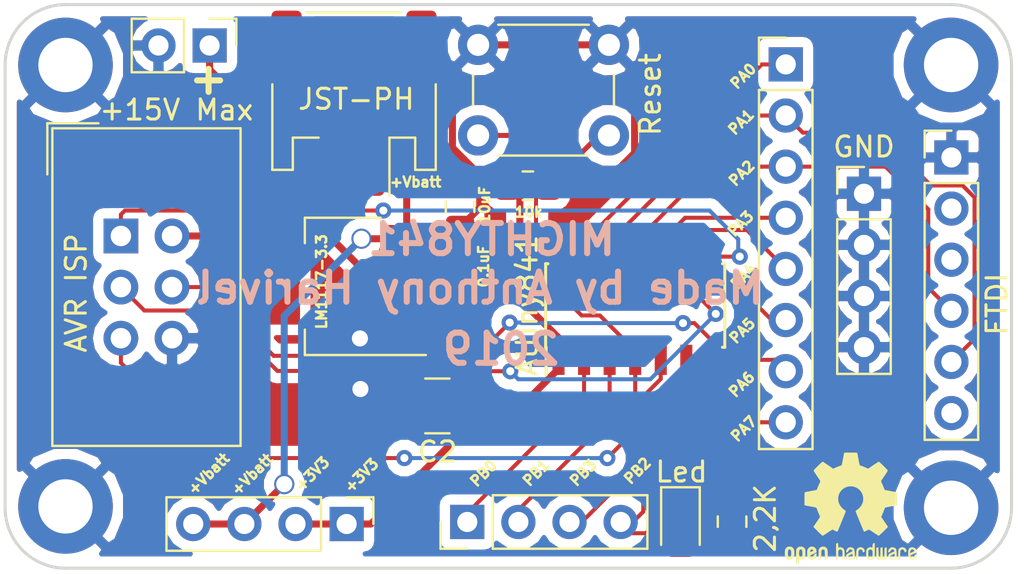
<source format=kicad_pcb>
(kicad_pcb (version 20171130) (host pcbnew 5.0.2-bee76a0~70~ubuntu18.04.1)

  (general
    (thickness 1.6)
    (drawings 28)
    (tracks 195)
    (zones 0)
    (modules 22)
    (nets 20)
  )

  (page A4)
  (title_block
    (title Mighty841)
    (date 2019-01-21)
    (rev 1)
    (company "Anthony Harivel")
  )

  (layers
    (0 F.Cu mixed)
    (31 B.Cu mixed)
    (32 B.Adhes user hide)
    (33 F.Adhes user hide)
    (34 B.Paste user hide)
    (35 F.Paste user hide)
    (36 B.SilkS user)
    (37 F.SilkS user)
    (38 B.Mask user hide)
    (39 F.Mask user hide)
    (40 Dwgs.User user hide)
    (41 Cmts.User user hide)
    (42 Eco1.User user hide)
    (43 Eco2.User user hide)
    (44 Edge.Cuts user)
    (45 Margin user hide)
    (46 B.CrtYd user hide)
    (47 F.CrtYd user hide)
    (48 B.Fab user hide)
    (49 F.Fab user hide)
  )

  (setup
    (last_trace_width 0.2)
    (trace_clearance 0.1)
    (zone_clearance 0.508)
    (zone_45_only no)
    (trace_min 0.2)
    (segment_width 0.2)
    (edge_width 0.15)
    (via_size 0.8)
    (via_drill 0.4)
    (via_min_size 0.4)
    (via_min_drill 0.3)
    (uvia_size 0.3)
    (uvia_drill 0.1)
    (uvias_allowed no)
    (uvia_min_size 0.2)
    (uvia_min_drill 0.1)
    (pcb_text_width 0.3)
    (pcb_text_size 1.5 1.5)
    (mod_edge_width 0.15)
    (mod_text_size 1 1)
    (mod_text_width 0.15)
    (pad_size 1.524 1.524)
    (pad_drill 0.762)
    (pad_to_mask_clearance 0.051)
    (solder_mask_min_width 0.25)
    (aux_axis_origin 0 0)
    (grid_origin 120 60)
    (visible_elements FFFFFF7F)
    (pcbplotparams
      (layerselection 0x010fc_ffffffff)
      (usegerberextensions false)
      (usegerberattributes false)
      (usegerberadvancedattributes false)
      (creategerberjobfile false)
      (excludeedgelayer true)
      (linewidth 0.100000)
      (plotframeref false)
      (viasonmask false)
      (mode 1)
      (useauxorigin false)
      (hpglpennumber 1)
      (hpglpenspeed 20)
      (hpglpendiameter 15.000000)
      (psnegative false)
      (psa4output false)
      (plotreference true)
      (plotvalue true)
      (plotinvisibletext false)
      (padsonsilk false)
      (subtractmaskfromsilk false)
      (outputformat 1)
      (mirror false)
      (drillshape 0)
      (scaleselection 1)
      (outputdirectory "../gerber/"))
  )

  (net 0 "")
  (net 1 GND)
  (net 2 +3V3)
  (net 3 "Net-(D1-Pad2)")
  (net 4 PA5)
  (net 5 PA4)
  (net 6 PA6)
  (net 7 PB3)
  (net 8 "Net-(J3-Pad2)")
  (net 9 "Net-(J3-Pad3)")
  (net 10 PA2)
  (net 11 PA1)
  (net 12 "Net-(J3-Pad6)")
  (net 13 PB2)
  (net 14 PB1)
  (net 15 PB0)
  (net 16 PA7)
  (net 17 PA3)
  (net 18 PA0)
  (net 19 +BATT)

  (net_class Default "This is the default net class."
    (clearance 0.1)
    (trace_width 0.2)
    (via_dia 0.8)
    (via_drill 0.4)
    (uvia_dia 0.3)
    (uvia_drill 0.1)
    (add_net "Net-(D1-Pad2)")
    (add_net "Net-(J3-Pad2)")
    (add_net "Net-(J3-Pad3)")
    (add_net "Net-(J3-Pad6)")
    (add_net PA0)
    (add_net PA1)
    (add_net PA2)
    (add_net PA3)
    (add_net PA4)
    (add_net PA5)
    (add_net PA6)
    (add_net PA7)
    (add_net PB0)
    (add_net PB1)
    (add_net PB2)
    (add_net PB3)
  )

  (net_class Power ""
    (clearance 0.1)
    (trace_width 0.35)
    (via_dia 1)
    (via_drill 0.8)
    (uvia_dia 0.3)
    (uvia_drill 0.1)
    (add_net +3V3)
    (add_net +BATT)
    (add_net GND)
  )

  (module Connector_PinHeader_2.54mm:PinHeader_1x02_P2.54mm_Vertical (layer F.Cu) (tedit 5C48BC6D) (tstamp 5C5CF53C)
    (at 130.16 62.032 270)
    (descr "Through hole straight pin header, 1x02, 2.54mm pitch, single row")
    (tags "Through hole pin header THT 1x02 2.54mm single row")
    (path /5C479552)
    (fp_text reference "+15V Max" (at 3.2004 1.651) (layer F.SilkS)
      (effects (font (size 1 1) (thickness 0.15)))
    )
    (fp_text value "Power Supply" (at 0 4.87 270) (layer F.Fab)
      (effects (font (size 1 1) (thickness 0.15)))
    )
    (fp_line (start -0.635 -1.27) (end 1.27 -1.27) (layer F.Fab) (width 0.1))
    (fp_line (start 1.27 -1.27) (end 1.27 3.81) (layer F.Fab) (width 0.1))
    (fp_line (start 1.27 3.81) (end -1.27 3.81) (layer F.Fab) (width 0.1))
    (fp_line (start -1.27 3.81) (end -1.27 -0.635) (layer F.Fab) (width 0.1))
    (fp_line (start -1.27 -0.635) (end -0.635 -1.27) (layer F.Fab) (width 0.1))
    (fp_line (start -1.33 3.87) (end 1.33 3.87) (layer F.SilkS) (width 0.12))
    (fp_line (start -1.33 1.27) (end -1.33 3.87) (layer F.SilkS) (width 0.12))
    (fp_line (start 1.33 1.27) (end 1.33 3.87) (layer F.SilkS) (width 0.12))
    (fp_line (start -1.33 1.27) (end 1.33 1.27) (layer F.SilkS) (width 0.12))
    (fp_line (start -1.33 0) (end -1.33 -1.33) (layer F.SilkS) (width 0.12))
    (fp_line (start -1.33 -1.33) (end 0 -1.33) (layer F.SilkS) (width 0.12))
    (fp_line (start -1.8 -1.8) (end -1.8 4.35) (layer F.CrtYd) (width 0.05))
    (fp_line (start -1.8 4.35) (end 1.8 4.35) (layer F.CrtYd) (width 0.05))
    (fp_line (start 1.8 4.35) (end 1.8 -1.8) (layer F.CrtYd) (width 0.05))
    (fp_line (start 1.8 -1.8) (end -1.8 -1.8) (layer F.CrtYd) (width 0.05))
    (fp_text user %R (at 0 1.27) (layer F.Fab)
      (effects (font (size 1 1) (thickness 0.15)))
    )
    (pad 1 thru_hole rect (at 0 0 270) (size 1.7 1.7) (drill 1) (layers *.Cu *.Mask)
      (net 19 +BATT))
    (pad 2 thru_hole oval (at 0 2.54 270) (size 1.7 1.7) (drill 1) (layers *.Cu *.Mask)
      (net 1 GND))
    (model ${KISYS3DMOD}/Connector_PinHeader_2.54mm.3dshapes/PinHeader_1x02_P2.54mm_Vertical.wrl
      (at (xyz 0 0 0))
      (scale (xyz 1 1 1))
      (rotate (xyz 0 0 0))
    )
  )

  (module Connector_PinHeader_2.54mm:PinHeader_1x04_P2.54mm_Vertical (layer F.Cu) (tedit 5C48C0CB) (tstamp 5C5CF53B)
    (at 162.672 69.398)
    (descr "Through hole straight pin header, 1x04, 2.54mm pitch, single row")
    (tags "Through hole pin header THT 1x04 2.54mm single row")
    (path /5C48FD62)
    (fp_text reference GND (at 0 -2.33) (layer F.SilkS)
      (effects (font (size 1 1) (thickness 0.15)))
    )
    (fp_text value GND (at 0 9.95) (layer F.Fab)
      (effects (font (size 1 1) (thickness 0.15)))
    )
    (fp_line (start -0.635 -1.27) (end 1.27 -1.27) (layer F.Fab) (width 0.1))
    (fp_line (start 1.27 -1.27) (end 1.27 8.89) (layer F.Fab) (width 0.1))
    (fp_line (start 1.27 8.89) (end -1.27 8.89) (layer F.Fab) (width 0.1))
    (fp_line (start -1.27 8.89) (end -1.27 -0.635) (layer F.Fab) (width 0.1))
    (fp_line (start -1.27 -0.635) (end -0.635 -1.27) (layer F.Fab) (width 0.1))
    (fp_line (start -1.33 8.95) (end 1.33 8.95) (layer F.SilkS) (width 0.12))
    (fp_line (start -1.33 1.27) (end -1.33 8.95) (layer F.SilkS) (width 0.12))
    (fp_line (start 1.33 1.27) (end 1.33 8.95) (layer F.SilkS) (width 0.12))
    (fp_line (start -1.33 1.27) (end 1.33 1.27) (layer F.SilkS) (width 0.12))
    (fp_line (start -1.33 0) (end -1.33 -1.33) (layer F.SilkS) (width 0.12))
    (fp_line (start -1.33 -1.33) (end 0 -1.33) (layer F.SilkS) (width 0.12))
    (fp_line (start -1.8 -1.8) (end -1.8 9.4) (layer F.CrtYd) (width 0.05))
    (fp_line (start -1.8 9.4) (end 1.8 9.4) (layer F.CrtYd) (width 0.05))
    (fp_line (start 1.8 9.4) (end 1.8 -1.8) (layer F.CrtYd) (width 0.05))
    (fp_line (start 1.8 -1.8) (end -1.8 -1.8) (layer F.CrtYd) (width 0.05))
    (fp_text user %R (at 0 3.81 90) (layer F.Fab)
      (effects (font (size 1 1) (thickness 0.15)))
    )
    (pad 1 thru_hole rect (at 0 0) (size 1.7 1.7) (drill 1) (layers *.Cu *.Mask)
      (net 1 GND))
    (pad 2 thru_hole oval (at 0 2.54) (size 1.7 1.7) (drill 1) (layers *.Cu *.Mask)
      (net 1 GND))
    (pad 3 thru_hole oval (at 0 5.08) (size 1.7 1.7) (drill 1) (layers *.Cu *.Mask)
      (net 1 GND))
    (pad 4 thru_hole oval (at 0 7.62) (size 1.7 1.7) (drill 1) (layers *.Cu *.Mask)
      (net 1 GND))
    (model ${KISYS3DMOD}/Connector_PinHeader_2.54mm.3dshapes/PinHeader_1x04_P2.54mm_Vertical.wrl
      (at (xyz 0 0 0))
      (scale (xyz 1 1 1))
      (rotate (xyz 0 0 0))
    )
  )

  (module Connector_PinHeader_2.54mm:PinHeader_1x04_P2.54mm_Vertical (layer F.Cu) (tedit 5C48BE5E) (tstamp 5C5CF50D)
    (at 136.9672 85.8064 270)
    (descr "Through hole straight pin header, 1x04, 2.54mm pitch, single row")
    (tags "Through hole pin header THT 1x04 2.54mm single row")
    (path /5C48FC94)
    (fp_text reference J6 (at 0 -2.33 270) (layer F.SilkS) hide
      (effects (font (size 1 1) (thickness 0.15)))
    )
    (fp_text value "3,3V - VBatt" (at 0 9.95 270) (layer F.Fab)
      (effects (font (size 1 1) (thickness 0.15)))
    )
    (fp_text user %R (at 0 3.81) (layer F.Fab)
      (effects (font (size 1 1) (thickness 0.15)))
    )
    (fp_line (start 1.8 -1.8) (end -1.8 -1.8) (layer F.CrtYd) (width 0.05))
    (fp_line (start 1.8 9.4) (end 1.8 -1.8) (layer F.CrtYd) (width 0.05))
    (fp_line (start -1.8 9.4) (end 1.8 9.4) (layer F.CrtYd) (width 0.05))
    (fp_line (start -1.8 -1.8) (end -1.8 9.4) (layer F.CrtYd) (width 0.05))
    (fp_line (start -1.33 -1.33) (end 0 -1.33) (layer F.SilkS) (width 0.12))
    (fp_line (start -1.33 0) (end -1.33 -1.33) (layer F.SilkS) (width 0.12))
    (fp_line (start -1.33 1.27) (end 1.33 1.27) (layer F.SilkS) (width 0.12))
    (fp_line (start 1.33 1.27) (end 1.33 8.95) (layer F.SilkS) (width 0.12))
    (fp_line (start -1.33 1.27) (end -1.33 8.95) (layer F.SilkS) (width 0.12))
    (fp_line (start -1.33 8.95) (end 1.33 8.95) (layer F.SilkS) (width 0.12))
    (fp_line (start -1.27 -0.635) (end -0.635 -1.27) (layer F.Fab) (width 0.1))
    (fp_line (start -1.27 8.89) (end -1.27 -0.635) (layer F.Fab) (width 0.1))
    (fp_line (start 1.27 8.89) (end -1.27 8.89) (layer F.Fab) (width 0.1))
    (fp_line (start 1.27 -1.27) (end 1.27 8.89) (layer F.Fab) (width 0.1))
    (fp_line (start -0.635 -1.27) (end 1.27 -1.27) (layer F.Fab) (width 0.1))
    (pad 4 thru_hole oval (at 0 7.62 270) (size 1.7 1.7) (drill 1) (layers *.Cu *.Mask)
      (net 19 +BATT))
    (pad 3 thru_hole oval (at 0 5.08 270) (size 1.7 1.7) (drill 1) (layers *.Cu *.Mask)
      (net 19 +BATT))
    (pad 2 thru_hole oval (at 0 2.54 270) (size 1.7 1.7) (drill 1) (layers *.Cu *.Mask)
      (net 2 +3V3))
    (pad 1 thru_hole rect (at 0 0 270) (size 1.7 1.7) (drill 1) (layers *.Cu *.Mask)
      (net 2 +3V3))
    (model ${KISYS3DMOD}/Connector_PinHeader_2.54mm.3dshapes/PinHeader_1x04_P2.54mm_Vertical.wrl
      (at (xyz 0 0 0))
      (scale (xyz 1 1 1))
      (rotate (xyz 0 0 0))
    )
  )

  (module Connector_PinHeader_2.54mm:PinHeader_1x04_P2.54mm_Vertical (layer F.Cu) (tedit 5C48C107) (tstamp 5C5CF4F6)
    (at 142.9616 85.7048 90)
    (descr "Through hole straight pin header, 1x04, 2.54mm pitch, single row")
    (tags "Through hole pin header THT 1x04 2.54mm single row")
    (path /5C48766A)
    (fp_text reference J5 (at 0 -2.33 90) (layer F.SilkS) hide
      (effects (font (size 1 1) (thickness 0.15)))
    )
    (fp_text value "Port B" (at 0 9.95 90) (layer F.Fab)
      (effects (font (size 1 1) (thickness 0.15)))
    )
    (fp_line (start -0.635 -1.27) (end 1.27 -1.27) (layer F.Fab) (width 0.1))
    (fp_line (start 1.27 -1.27) (end 1.27 8.89) (layer F.Fab) (width 0.1))
    (fp_line (start 1.27 8.89) (end -1.27 8.89) (layer F.Fab) (width 0.1))
    (fp_line (start -1.27 8.89) (end -1.27 -0.635) (layer F.Fab) (width 0.1))
    (fp_line (start -1.27 -0.635) (end -0.635 -1.27) (layer F.Fab) (width 0.1))
    (fp_line (start -1.33 8.95) (end 1.33 8.95) (layer F.SilkS) (width 0.12))
    (fp_line (start -1.33 1.27) (end -1.33 8.95) (layer F.SilkS) (width 0.12))
    (fp_line (start 1.33 1.27) (end 1.33 8.95) (layer F.SilkS) (width 0.12))
    (fp_line (start -1.33 1.27) (end 1.33 1.27) (layer F.SilkS) (width 0.12))
    (fp_line (start -1.33 0) (end -1.33 -1.33) (layer F.SilkS) (width 0.12))
    (fp_line (start -1.33 -1.33) (end 0 -1.33) (layer F.SilkS) (width 0.12))
    (fp_line (start -1.8 -1.8) (end -1.8 9.4) (layer F.CrtYd) (width 0.05))
    (fp_line (start -1.8 9.4) (end 1.8 9.4) (layer F.CrtYd) (width 0.05))
    (fp_line (start 1.8 9.4) (end 1.8 -1.8) (layer F.CrtYd) (width 0.05))
    (fp_line (start 1.8 -1.8) (end -1.8 -1.8) (layer F.CrtYd) (width 0.05))
    (fp_text user %R (at 0 3.81 180) (layer F.Fab)
      (effects (font (size 1 1) (thickness 0.15)))
    )
    (pad 1 thru_hole rect (at 0 0 90) (size 1.7 1.7) (drill 1) (layers *.Cu *.Mask)
      (net 15 PB0))
    (pad 2 thru_hole oval (at 0 2.54 90) (size 1.7 1.7) (drill 1) (layers *.Cu *.Mask)
      (net 14 PB1))
    (pad 3 thru_hole oval (at 0 5.08 90) (size 1.7 1.7) (drill 1) (layers *.Cu *.Mask)
      (net 7 PB3))
    (pad 4 thru_hole oval (at 0 7.62 90) (size 1.7 1.7) (drill 1) (layers *.Cu *.Mask)
      (net 13 PB2))
    (model ${KISYS3DMOD}/Connector_PinHeader_2.54mm.3dshapes/PinHeader_1x04_P2.54mm_Vertical.wrl
      (at (xyz 0 0 0))
      (scale (xyz 1 1 1))
      (rotate (xyz 0 0 0))
    )
  )

  (module Connector_PinHeader_2.54mm:PinHeader_1x06_P2.54mm_Vertical (layer F.Cu) (tedit 5C48C0D7) (tstamp 5C5CF4DD)
    (at 167.0154 67.5946)
    (descr "Through hole straight pin header, 1x06, 2.54mm pitch, single row")
    (tags "Through hole pin header THT 1x06 2.54mm single row")
    (path /5C40E4F3)
    (fp_text reference FTDI (at 2.2606 7.2898 90) (layer F.SilkS)
      (effects (font (size 1 1) (thickness 0.15)))
    )
    (fp_text value FDTI (at 0 15.03) (layer F.Fab)
      (effects (font (size 1 1) (thickness 0.15)))
    )
    (fp_line (start -0.635 -1.27) (end 1.27 -1.27) (layer F.Fab) (width 0.1))
    (fp_line (start 1.27 -1.27) (end 1.27 13.97) (layer F.Fab) (width 0.1))
    (fp_line (start 1.27 13.97) (end -1.27 13.97) (layer F.Fab) (width 0.1))
    (fp_line (start -1.27 13.97) (end -1.27 -0.635) (layer F.Fab) (width 0.1))
    (fp_line (start -1.27 -0.635) (end -0.635 -1.27) (layer F.Fab) (width 0.1))
    (fp_line (start -1.33 14.03) (end 1.33 14.03) (layer F.SilkS) (width 0.12))
    (fp_line (start -1.33 1.27) (end -1.33 14.03) (layer F.SilkS) (width 0.12))
    (fp_line (start 1.33 1.27) (end 1.33 14.03) (layer F.SilkS) (width 0.12))
    (fp_line (start -1.33 1.27) (end 1.33 1.27) (layer F.SilkS) (width 0.12))
    (fp_line (start -1.33 0) (end -1.33 -1.33) (layer F.SilkS) (width 0.12))
    (fp_line (start -1.33 -1.33) (end 0 -1.33) (layer F.SilkS) (width 0.12))
    (fp_line (start -1.8 -1.8) (end -1.8 14.5) (layer F.CrtYd) (width 0.05))
    (fp_line (start -1.8 14.5) (end 1.8 14.5) (layer F.CrtYd) (width 0.05))
    (fp_line (start 1.8 14.5) (end 1.8 -1.8) (layer F.CrtYd) (width 0.05))
    (fp_line (start 1.8 -1.8) (end -1.8 -1.8) (layer F.CrtYd) (width 0.05))
    (fp_text user %R (at 0 6.35 90) (layer F.Fab)
      (effects (font (size 1 1) (thickness 0.15)))
    )
    (pad 1 thru_hole rect (at 0 0) (size 1.7 1.7) (drill 1) (layers *.Cu *.Mask)
      (net 1 GND))
    (pad 2 thru_hole oval (at 0 2.54) (size 1.7 1.7) (drill 1) (layers *.Cu *.Mask)
      (net 8 "Net-(J3-Pad2)"))
    (pad 3 thru_hole oval (at 0 5.08) (size 1.7 1.7) (drill 1) (layers *.Cu *.Mask)
      (net 9 "Net-(J3-Pad3)"))
    (pad 4 thru_hole oval (at 0 7.62) (size 1.7 1.7) (drill 1) (layers *.Cu *.Mask)
      (net 10 PA2))
    (pad 5 thru_hole oval (at 0 10.16) (size 1.7 1.7) (drill 1) (layers *.Cu *.Mask)
      (net 11 PA1))
    (pad 6 thru_hole oval (at 0 12.7) (size 1.7 1.7) (drill 1) (layers *.Cu *.Mask)
      (net 12 "Net-(J3-Pad6)"))
    (model ${KISYS3DMOD}/Connector_PinHeader_2.54mm.3dshapes/PinHeader_1x06_P2.54mm_Vertical.wrl
      (at (xyz 0 0 0))
      (scale (xyz 1 1 1))
      (rotate (xyz 0 0 0))
    )
  )

  (module Connector_PinHeader_2.54mm:PinHeader_1x08_P2.54mm_Vertical (layer F.Cu) (tedit 5C48C0B3) (tstamp 5C5CF4C2)
    (at 158.7858 62.9718)
    (descr "Through hole straight pin header, 1x08, 2.54mm pitch, single row")
    (tags "Through hole pin header THT 1x08 2.54mm single row")
    (path /5C48775F)
    (fp_text reference GND (at 0 -2.33) (layer F.SilkS) hide
      (effects (font (size 1 1) (thickness 0.15)))
    )
    (fp_text value "Port A" (at 0 20.11) (layer F.Fab)
      (effects (font (size 1 1) (thickness 0.15)))
    )
    (fp_line (start -0.635 -1.27) (end 1.27 -1.27) (layer F.Fab) (width 0.1))
    (fp_line (start 1.27 -1.27) (end 1.27 19.05) (layer F.Fab) (width 0.1))
    (fp_line (start 1.27 19.05) (end -1.27 19.05) (layer F.Fab) (width 0.1))
    (fp_line (start -1.27 19.05) (end -1.27 -0.635) (layer F.Fab) (width 0.1))
    (fp_line (start -1.27 -0.635) (end -0.635 -1.27) (layer F.Fab) (width 0.1))
    (fp_line (start -1.33 19.11) (end 1.33 19.11) (layer F.SilkS) (width 0.12))
    (fp_line (start -1.33 1.27) (end -1.33 19.11) (layer F.SilkS) (width 0.12))
    (fp_line (start 1.33 1.27) (end 1.33 19.11) (layer F.SilkS) (width 0.12))
    (fp_line (start -1.33 1.27) (end 1.33 1.27) (layer F.SilkS) (width 0.12))
    (fp_line (start -1.33 0) (end -1.33 -1.33) (layer F.SilkS) (width 0.12))
    (fp_line (start -1.33 -1.33) (end 0 -1.33) (layer F.SilkS) (width 0.12))
    (fp_line (start -1.8 -1.8) (end -1.8 19.55) (layer F.CrtYd) (width 0.05))
    (fp_line (start -1.8 19.55) (end 1.8 19.55) (layer F.CrtYd) (width 0.05))
    (fp_line (start 1.8 19.55) (end 1.8 -1.8) (layer F.CrtYd) (width 0.05))
    (fp_line (start 1.8 -1.8) (end -1.8 -1.8) (layer F.CrtYd) (width 0.05))
    (fp_text user %R (at 0 8.89 90) (layer F.Fab)
      (effects (font (size 1 1) (thickness 0.15)))
    )
    (pad 1 thru_hole rect (at 0 0) (size 1.7 1.7) (drill 1) (layers *.Cu *.Mask)
      (net 18 PA0))
    (pad 2 thru_hole oval (at 0 2.54) (size 1.7 1.7) (drill 1) (layers *.Cu *.Mask)
      (net 11 PA1))
    (pad 3 thru_hole oval (at 0 5.08) (size 1.7 1.7) (drill 1) (layers *.Cu *.Mask)
      (net 10 PA2))
    (pad 4 thru_hole oval (at 0 7.62) (size 1.7 1.7) (drill 1) (layers *.Cu *.Mask)
      (net 17 PA3))
    (pad 5 thru_hole oval (at 0 10.16) (size 1.7 1.7) (drill 1) (layers *.Cu *.Mask)
      (net 5 PA4))
    (pad 6 thru_hole oval (at 0 12.7) (size 1.7 1.7) (drill 1) (layers *.Cu *.Mask)
      (net 4 PA5))
    (pad 7 thru_hole oval (at 0 15.24) (size 1.7 1.7) (drill 1) (layers *.Cu *.Mask)
      (net 6 PA6))
    (pad 8 thru_hole oval (at 0 17.78) (size 1.7 1.7) (drill 1) (layers *.Cu *.Mask)
      (net 16 PA7))
    (model ${KISYS3DMOD}/Connector_PinHeader_2.54mm.3dshapes/PinHeader_1x08_P2.54mm_Vertical.wrl
      (at (xyz 0 0 0))
      (scale (xyz 1 1 1))
      (rotate (xyz 0 0 0))
    )
  )

  (module Capacitor_SMD:C_0805_2012Metric_Pad1.15x1.40mm_HandSolder (layer F.Cu) (tedit 5C48BFA0) (tstamp 5C5CADFC)
    (at 142.606 70.042 270)
    (descr "Capacitor SMD 0805 (2012 Metric), square (rectangular) end terminal, IPC_7351 nominal with elongated pad for handsoldering. (Body size source: https://docs.google.com/spreadsheets/d/1BsfQQcO9C6DZCsRaXUlFlo91Tg2WpOkGARC1WS5S8t0/edit?usp=sharing), generated with kicad-footprint-generator")
    (tags "capacitor handsolder")
    (path /5C4217CE)
    (attr smd)
    (fp_text reference 10uF (at -0.0852 -1.2192 270) (layer F.SilkS)
      (effects (font (size 0.5 0.5) (thickness 0.125)))
    )
    (fp_text value 10µF (at 0 1.65 270) (layer F.Fab)
      (effects (font (size 1 1) (thickness 0.15)))
    )
    (fp_line (start -1 0.6) (end -1 -0.6) (layer F.Fab) (width 0.1))
    (fp_line (start -1 -0.6) (end 1 -0.6) (layer F.Fab) (width 0.1))
    (fp_line (start 1 -0.6) (end 1 0.6) (layer F.Fab) (width 0.1))
    (fp_line (start 1 0.6) (end -1 0.6) (layer F.Fab) (width 0.1))
    (fp_line (start -0.261252 -0.71) (end 0.261252 -0.71) (layer F.SilkS) (width 0.12))
    (fp_line (start -0.261252 0.71) (end 0.261252 0.71) (layer F.SilkS) (width 0.12))
    (fp_line (start -1.85 0.95) (end -1.85 -0.95) (layer F.CrtYd) (width 0.05))
    (fp_line (start -1.85 -0.95) (end 1.85 -0.95) (layer F.CrtYd) (width 0.05))
    (fp_line (start 1.85 -0.95) (end 1.85 0.95) (layer F.CrtYd) (width 0.05))
    (fp_line (start 1.85 0.95) (end -1.85 0.95) (layer F.CrtYd) (width 0.05))
    (fp_text user %R (at 0 0 270) (layer F.Fab)
      (effects (font (size 0.5 0.5) (thickness 0.08)))
    )
    (pad 1 smd roundrect (at -1.025 0 270) (size 1.15 1.4) (layers F.Cu F.Paste F.Mask) (roundrect_rratio 0.217391)
      (net 19 +BATT))
    (pad 2 smd roundrect (at 1.025 0 270) (size 1.15 1.4) (layers F.Cu F.Paste F.Mask) (roundrect_rratio 0.217391)
      (net 1 GND))
    (model ${KISYS3DMOD}/Capacitor_SMD.3dshapes/C_0805_2012Metric.wrl
      (at (xyz 0 0 0))
      (scale (xyz 1 1 1))
      (rotate (xyz 0 0 0))
    )
  )

  (module Capacitor_SMD:C_1210_3225Metric_Pad1.42x2.65mm_HandSolder (layer F.Cu) (tedit 5B301BBE) (tstamp 5C5CAE0D)
    (at 141.4773 79.939 180)
    (descr "Capacitor SMD 1210 (3225 Metric), square (rectangular) end terminal, IPC_7351 nominal with elongated pad for handsoldering. (Body size source: http://www.tortai-tech.com/upload/download/2011102023233369053.pdf), generated with kicad-footprint-generator")
    (tags "capacitor handsolder")
    (path /5C42186C)
    (attr smd)
    (fp_text reference C2 (at 0 -2.28 180) (layer F.SilkS)
      (effects (font (size 1 1) (thickness 0.15)))
    )
    (fp_text value 100µF (at 0 2.28 180) (layer F.Fab)
      (effects (font (size 1 1) (thickness 0.15)))
    )
    (fp_line (start -1.6 1.25) (end -1.6 -1.25) (layer F.Fab) (width 0.1))
    (fp_line (start -1.6 -1.25) (end 1.6 -1.25) (layer F.Fab) (width 0.1))
    (fp_line (start 1.6 -1.25) (end 1.6 1.25) (layer F.Fab) (width 0.1))
    (fp_line (start 1.6 1.25) (end -1.6 1.25) (layer F.Fab) (width 0.1))
    (fp_line (start -0.602064 -1.36) (end 0.602064 -1.36) (layer F.SilkS) (width 0.12))
    (fp_line (start -0.602064 1.36) (end 0.602064 1.36) (layer F.SilkS) (width 0.12))
    (fp_line (start -2.45 1.58) (end -2.45 -1.58) (layer F.CrtYd) (width 0.05))
    (fp_line (start -2.45 -1.58) (end 2.45 -1.58) (layer F.CrtYd) (width 0.05))
    (fp_line (start 2.45 -1.58) (end 2.45 1.58) (layer F.CrtYd) (width 0.05))
    (fp_line (start 2.45 1.58) (end -2.45 1.58) (layer F.CrtYd) (width 0.05))
    (fp_text user %R (at 0 0 180) (layer F.Fab)
      (effects (font (size 0.8 0.8) (thickness 0.12)))
    )
    (pad 1 smd roundrect (at -1.4875 0 180) (size 1.425 2.65) (layers F.Cu F.Paste F.Mask) (roundrect_rratio 0.175439)
      (net 2 +3V3))
    (pad 2 smd roundrect (at 1.4875 0 180) (size 1.425 2.65) (layers F.Cu F.Paste F.Mask) (roundrect_rratio 0.175439)
      (net 1 GND))
    (model ${KISYS3DMOD}/Capacitor_SMD.3dshapes/C_1210_3225Metric.wrl
      (at (xyz 0 0 0))
      (scale (xyz 1 1 1))
      (rotate (xyz 0 0 0))
    )
  )

  (module Capacitor_SMD:C_0201_0603Metric (layer F.Cu) (tedit 5C48BF7B) (tstamp 5C5CAE1E)
    (at 142.987 73.081 90)
    (descr "Capacitor SMD 0201 (0603 Metric), square (rectangular) end terminal, IPC_7351 nominal, (Body size source: https://www.vishay.com/docs/20052/crcw0201e3.pdf), generated with kicad-footprint-generator")
    (tags capacitor)
    (path /5C432FA8)
    (attr smd)
    (fp_text reference 0.1uF (at 0.0762 0.7874 90) (layer F.SilkS)
      (effects (font (size 0.5 0.5) (thickness 0.125)))
    )
    (fp_text value 0.1µF (at 0 1.05 90) (layer F.Fab)
      (effects (font (size 1 1) (thickness 0.15)))
    )
    (fp_line (start -0.3 0.15) (end -0.3 -0.15) (layer F.Fab) (width 0.1))
    (fp_line (start -0.3 -0.15) (end 0.3 -0.15) (layer F.Fab) (width 0.1))
    (fp_line (start 0.3 -0.15) (end 0.3 0.15) (layer F.Fab) (width 0.1))
    (fp_line (start 0.3 0.15) (end -0.3 0.15) (layer F.Fab) (width 0.1))
    (fp_line (start -0.7 0.35) (end -0.7 -0.35) (layer F.CrtYd) (width 0.05))
    (fp_line (start -0.7 -0.35) (end 0.7 -0.35) (layer F.CrtYd) (width 0.05))
    (fp_line (start 0.7 -0.35) (end 0.7 0.35) (layer F.CrtYd) (width 0.05))
    (fp_line (start 0.7 0.35) (end -0.7 0.35) (layer F.CrtYd) (width 0.05))
    (fp_text user %R (at 0 -0.68 90) (layer F.Fab)
      (effects (font (size 0.25 0.25) (thickness 0.04)))
    )
    (pad "" smd roundrect (at -0.345 0 90) (size 0.318 0.36) (layers F.Paste) (roundrect_rratio 0.25))
    (pad "" smd roundrect (at 0.345 0 90) (size 0.318 0.36) (layers F.Paste) (roundrect_rratio 0.25))
    (pad 1 smd roundrect (at -0.32 0 90) (size 0.46 0.4) (layers F.Cu F.Mask) (roundrect_rratio 0.25)
      (net 2 +3V3))
    (pad 2 smd roundrect (at 0.32 0 90) (size 0.46 0.4) (layers F.Cu F.Mask) (roundrect_rratio 0.25)
      (net 1 GND))
    (model ${KISYS3DMOD}/Capacitor_SMD.3dshapes/C_0201_0603Metric.wrl
      (at (xyz 0 0 0))
      (scale (xyz 1 1 1))
      (rotate (xyz 0 0 0))
    )
  )

  (module LED_SMD:LED_0805_2012Metric_Pad1.15x1.40mm_HandSolder (layer F.Cu) (tedit 5C48BED0) (tstamp 5C5CAE31)
    (at 153.5534 85.8408 270)
    (descr "LED SMD 0805 (2012 Metric), square (rectangular) end terminal, IPC_7351 nominal, (Body size source: https://docs.google.com/spreadsheets/d/1BsfQQcO9C6DZCsRaXUlFlo91Tg2WpOkGARC1WS5S8t0/edit?usp=sharing), generated with kicad-footprint-generator")
    (tags "LED handsolder")
    (path /5C42ED34)
    (attr smd)
    (fp_text reference "Led " (at -2.6252 -0.4318) (layer F.SilkS)
      (effects (font (size 1 1) (thickness 0.15)))
    )
    (fp_text value "User LED" (at 0 1.65 270) (layer F.Fab)
      (effects (font (size 1 1) (thickness 0.15)))
    )
    (fp_line (start 1 -0.6) (end -0.7 -0.6) (layer F.Fab) (width 0.1))
    (fp_line (start -0.7 -0.6) (end -1 -0.3) (layer F.Fab) (width 0.1))
    (fp_line (start -1 -0.3) (end -1 0.6) (layer F.Fab) (width 0.1))
    (fp_line (start -1 0.6) (end 1 0.6) (layer F.Fab) (width 0.1))
    (fp_line (start 1 0.6) (end 1 -0.6) (layer F.Fab) (width 0.1))
    (fp_line (start 1 -0.96) (end -1.86 -0.96) (layer F.SilkS) (width 0.12))
    (fp_line (start -1.86 -0.96) (end -1.86 0.96) (layer F.SilkS) (width 0.12))
    (fp_line (start -1.86 0.96) (end 1 0.96) (layer F.SilkS) (width 0.12))
    (fp_line (start -1.85 0.95) (end -1.85 -0.95) (layer F.CrtYd) (width 0.05))
    (fp_line (start -1.85 -0.95) (end 1.85 -0.95) (layer F.CrtYd) (width 0.05))
    (fp_line (start 1.85 -0.95) (end 1.85 0.95) (layer F.CrtYd) (width 0.05))
    (fp_line (start 1.85 0.95) (end -1.85 0.95) (layer F.CrtYd) (width 0.05))
    (fp_text user %R (at 0 0 270) (layer F.Fab)
      (effects (font (size 0.5 0.5) (thickness 0.08)))
    )
    (pad 1 smd roundrect (at -1.025 0 270) (size 1.15 1.4) (layers F.Cu F.Paste F.Mask) (roundrect_rratio 0.217391)
      (net 1 GND))
    (pad 2 smd roundrect (at 1.025 0 270) (size 1.15 1.4) (layers F.Cu F.Paste F.Mask) (roundrect_rratio 0.217391)
      (net 3 "Net-(D1-Pad2)"))
    (model ${KISYS3DMOD}/LED_SMD.3dshapes/LED_0805_2012Metric.wrl
      (at (xyz 0 0 0))
      (scale (xyz 1 1 1))
      (rotate (xyz 0 0 0))
    )
  )

  (module MountingHole:MountingHole_2.7mm_M2.5_DIN965_Pad (layer F.Cu) (tedit 5C48BB83) (tstamp 5C5CC379)
    (at 167 63)
    (descr "Mounting Hole 2.7mm, M2.5, DIN965")
    (tags "mounting hole 2.7mm m2.5 din965")
    (path /5C438BC6)
    (attr virtual)
    (fp_text reference H1 (at 0 -3.35) (layer F.SilkS) hide
      (effects (font (size 1 1) (thickness 0.15)))
    )
    (fp_text value MountingHole_Pad (at 0 3.35) (layer F.Fab)
      (effects (font (size 1 1) (thickness 0.15)))
    )
    (fp_text user %R (at 0.3 0) (layer F.Fab)
      (effects (font (size 1 1) (thickness 0.15)))
    )
    (fp_circle (center 0 0) (end 2.35 0) (layer Cmts.User) (width 0.15))
    (fp_circle (center 0 0) (end 2.6 0) (layer F.CrtYd) (width 0.05))
    (pad 1 thru_hole circle (at 0 0) (size 4.7 4.7) (drill 2.7) (layers *.Cu *.Mask)
      (net 1 GND))
  )

  (module MountingHole:MountingHole_2.7mm_M2.5_DIN965_Pad (layer F.Cu) (tedit 5C48BB8C) (tstamp 5C5CAE41)
    (at 167 85)
    (descr "Mounting Hole 2.7mm, M2.5, DIN965")
    (tags "mounting hole 2.7mm m2.5 din965")
    (path /5C438D81)
    (attr virtual)
    (fp_text reference H2 (at 0 -3.35) (layer F.SilkS) hide
      (effects (font (size 1 1) (thickness 0.15)))
    )
    (fp_text value MountingHole_Pad (at 0 3.35) (layer F.Fab)
      (effects (font (size 1 1) (thickness 0.15)))
    )
    (fp_text user %R (at 0.3 0) (layer F.Fab)
      (effects (font (size 1 1) (thickness 0.15)))
    )
    (fp_circle (center 0 0) (end 2.35 0) (layer Cmts.User) (width 0.15))
    (fp_circle (center 0 0) (end 2.6 0) (layer F.CrtYd) (width 0.05))
    (pad 1 thru_hole circle (at 0 0) (size 4.7 4.7) (drill 2.7) (layers *.Cu *.Mask)
      (net 1 GND))
  )

  (module MountingHole:MountingHole_2.7mm_M2.5_DIN965_Pad (layer F.Cu) (tedit 5C48BB70) (tstamp 5C48BBEC)
    (at 123 63)
    (descr "Mounting Hole 2.7mm, M2.5, DIN965")
    (tags "mounting hole 2.7mm m2.5 din965")
    (path /5C438C8D)
    (attr virtual)
    (fp_text reference H3 (at 0 -3.35) (layer F.SilkS) hide
      (effects (font (size 1 1) (thickness 0.15)))
    )
    (fp_text value MountingHole_Pad (at 0 3.35) (layer F.Fab)
      (effects (font (size 1 1) (thickness 0.15)))
    )
    (fp_circle (center 0 0) (end 2.6 0) (layer F.CrtYd) (width 0.05))
    (fp_circle (center 0 0) (end 2.35 0) (layer Cmts.User) (width 0.15))
    (fp_text user %R (at 0.3 0) (layer F.Fab)
      (effects (font (size 1 1) (thickness 0.15)))
    )
    (pad 1 thru_hole circle (at 0 0) (size 4.7 4.7) (drill 2.7) (layers *.Cu *.Mask)
      (net 1 GND))
  )

  (module MountingHole:MountingHole_2.7mm_M2.5_DIN965_Pad (layer F.Cu) (tedit 5C48B1B4) (tstamp 5C5CAE51)
    (at 123 84.932)
    (descr "Mounting Hole 2.7mm, M2.5, DIN965")
    (tags "mounting hole 2.7mm m2.5 din965")
    (path /5C438E8D)
    (attr virtual)
    (fp_text reference H4 (at 0 -3.35) (layer F.SilkS) hide
      (effects (font (size 1 1) (thickness 0.15)))
    )
    (fp_text value MountingHole_Pad (at 0 3.35) (layer F.Fab)
      (effects (font (size 1 1) (thickness 0.15)))
    )
    (fp_circle (center 0 0) (end 2.6 0) (layer F.CrtYd) (width 0.05))
    (fp_circle (center 0 0) (end 2.35 0) (layer Cmts.User) (width 0.15))
    (fp_text user %R (at 0.3 0) (layer F.Fab)
      (effects (font (size 1 1) (thickness 0.15)))
    )
    (pad 1 thru_hole circle (at 0 0) (size 4.7 4.7) (drill 2.7) (layers *.Cu *.Mask)
      (net 1 GND))
  )

  (module Connector_JST:JST_PH_S2B-PH-SM4-TB_1x02-1MP_P2.00mm_Horizontal (layer F.Cu) (tedit 5C48BF31) (tstamp 5C5CB526)
    (at 137.335 64.9 180)
    (descr "JST PH series connector, S2B-PH-SM4-TB (http://www.jst-mfg.com/product/pdf/eng/ePH.pdf), generated with kicad-footprint-generator")
    (tags "connector JST PH top entry")
    (path /5C420FBE)
    (attr smd)
    (fp_text reference JST-PH (at -0.1148 0.201 180) (layer F.SilkS)
      (effects (font (size 1 1) (thickness 0.15)))
    )
    (fp_text value JST-PH-2.0mm (at 0 5.8 180) (layer F.Fab)
      (effects (font (size 1 1) (thickness 0.15)))
    )
    (fp_line (start -3.95 -3.2) (end -3.15 -3.2) (layer F.Fab) (width 0.1))
    (fp_line (start -3.15 -3.2) (end -3.15 -1.6) (layer F.Fab) (width 0.1))
    (fp_line (start -3.15 -1.6) (end 3.15 -1.6) (layer F.Fab) (width 0.1))
    (fp_line (start 3.15 -1.6) (end 3.15 -3.2) (layer F.Fab) (width 0.1))
    (fp_line (start 3.15 -3.2) (end 3.95 -3.2) (layer F.Fab) (width 0.1))
    (fp_line (start -4.06 0.94) (end -4.06 -3.31) (layer F.SilkS) (width 0.12))
    (fp_line (start -4.06 -3.31) (end -3.04 -3.31) (layer F.SilkS) (width 0.12))
    (fp_line (start -3.04 -3.31) (end -3.04 -1.71) (layer F.SilkS) (width 0.12))
    (fp_line (start -3.04 -1.71) (end -1.76 -1.71) (layer F.SilkS) (width 0.12))
    (fp_line (start -1.76 -1.71) (end -1.76 -4.6) (layer F.SilkS) (width 0.12))
    (fp_line (start 4.06 0.94) (end 4.06 -3.31) (layer F.SilkS) (width 0.12))
    (fp_line (start 4.06 -3.31) (end 3.04 -3.31) (layer F.SilkS) (width 0.12))
    (fp_line (start 3.04 -3.31) (end 3.04 -1.71) (layer F.SilkS) (width 0.12))
    (fp_line (start 3.04 -1.71) (end 1.76 -1.71) (layer F.SilkS) (width 0.12))
    (fp_line (start -2.34 4.51) (end 2.34 4.51) (layer F.SilkS) (width 0.12))
    (fp_line (start -3.95 4.4) (end 3.95 4.4) (layer F.Fab) (width 0.1))
    (fp_line (start -3.95 -3.2) (end -3.95 4.4) (layer F.Fab) (width 0.1))
    (fp_line (start 3.95 -3.2) (end 3.95 4.4) (layer F.Fab) (width 0.1))
    (fp_line (start -4.6 -5.1) (end -4.6 5.1) (layer F.CrtYd) (width 0.05))
    (fp_line (start -4.6 5.1) (end 4.6 5.1) (layer F.CrtYd) (width 0.05))
    (fp_line (start 4.6 5.1) (end 4.6 -5.1) (layer F.CrtYd) (width 0.05))
    (fp_line (start 4.6 -5.1) (end -4.6 -5.1) (layer F.CrtYd) (width 0.05))
    (fp_line (start -1.5 -1.6) (end -1 -0.892893) (layer F.Fab) (width 0.1))
    (fp_line (start -1 -0.892893) (end -0.5 -1.6) (layer F.Fab) (width 0.1))
    (fp_text user %R (at 0 1.5 180) (layer F.Fab)
      (effects (font (size 1 1) (thickness 0.15)))
    )
    (pad 1 smd roundrect (at -1 -2.85 180) (size 1 3.5) (layers F.Cu F.Paste F.Mask) (roundrect_rratio 0.25)
      (net 19 +BATT))
    (pad 2 smd roundrect (at 1 -2.85 180) (size 1 3.5) (layers F.Cu F.Paste F.Mask) (roundrect_rratio 0.25)
      (net 1 GND))
    (pad MP smd roundrect (at -3.35 2.9 180) (size 1.5 3.4) (layers F.Cu F.Paste F.Mask) (roundrect_rratio 0.166667))
    (pad MP smd roundrect (at 3.35 2.9 180) (size 1.5 3.4) (layers F.Cu F.Paste F.Mask) (roundrect_rratio 0.166667))
    (model ${KISYS3DMOD}/Connector_JST.3dshapes/JST_PH_S2B-PH-SM4-TB_1x02-1MP_P2.00mm_Horizontal.wrl
      (at (xyz 0 0 0))
      (scale (xyz 1 1 1))
      (rotate (xyz 0 0 0))
    )
  )

  (module Connector_IDC:IDC-Header_2x03_P2.54mm_Vertical (layer F.Cu) (tedit 5C48BBE6) (tstamp 5C5CAE96)
    (at 125.7526 71.4954)
    (descr "Through hole straight IDC box header, 2x03, 2.54mm pitch, double rows")
    (tags "Through hole IDC box header THT 2x03 2.54mm double row")
    (path /5C40DD4A)
    (fp_text reference "AVR ISP" (at -2.222 2.8302 -90) (layer F.SilkS)
      (effects (font (size 1 1) (thickness 0.15)))
    )
    (fp_text value AVR-ISP-6 (at 1.27 11.684) (layer F.Fab)
      (effects (font (size 1 1) (thickness 0.15)))
    )
    (fp_text user %R (at 1.27 2.54) (layer F.Fab)
      (effects (font (size 1 1) (thickness 0.15)))
    )
    (fp_line (start 5.695 -5.1) (end 5.695 10.18) (layer F.Fab) (width 0.1))
    (fp_line (start 5.145 -4.56) (end 5.145 9.62) (layer F.Fab) (width 0.1))
    (fp_line (start -3.155 -5.1) (end -3.155 10.18) (layer F.Fab) (width 0.1))
    (fp_line (start -2.605 -4.56) (end -2.605 0.29) (layer F.Fab) (width 0.1))
    (fp_line (start -2.605 4.79) (end -2.605 9.62) (layer F.Fab) (width 0.1))
    (fp_line (start -2.605 0.29) (end -3.155 0.29) (layer F.Fab) (width 0.1))
    (fp_line (start -2.605 4.79) (end -3.155 4.79) (layer F.Fab) (width 0.1))
    (fp_line (start 5.695 -5.1) (end -3.155 -5.1) (layer F.Fab) (width 0.1))
    (fp_line (start 5.145 -4.56) (end -2.605 -4.56) (layer F.Fab) (width 0.1))
    (fp_line (start 5.695 10.18) (end -3.155 10.18) (layer F.Fab) (width 0.1))
    (fp_line (start 5.145 9.62) (end -2.605 9.62) (layer F.Fab) (width 0.1))
    (fp_line (start 5.695 -5.1) (end 5.145 -4.56) (layer F.Fab) (width 0.1))
    (fp_line (start 5.695 10.18) (end 5.145 9.62) (layer F.Fab) (width 0.1))
    (fp_line (start -3.155 -5.1) (end -2.605 -4.56) (layer F.Fab) (width 0.1))
    (fp_line (start -3.155 10.18) (end -2.605 9.62) (layer F.Fab) (width 0.1))
    (fp_line (start 5.95 -5.35) (end 5.95 10.43) (layer F.CrtYd) (width 0.05))
    (fp_line (start 5.95 10.43) (end -3.41 10.43) (layer F.CrtYd) (width 0.05))
    (fp_line (start -3.41 10.43) (end -3.41 -5.35) (layer F.CrtYd) (width 0.05))
    (fp_line (start -3.41 -5.35) (end 5.95 -5.35) (layer F.CrtYd) (width 0.05))
    (fp_line (start 5.945 -5.35) (end 5.945 10.43) (layer F.SilkS) (width 0.12))
    (fp_line (start 5.945 10.43) (end -3.405 10.43) (layer F.SilkS) (width 0.12))
    (fp_line (start -3.405 10.43) (end -3.405 -5.35) (layer F.SilkS) (width 0.12))
    (fp_line (start -3.405 -5.35) (end 5.945 -5.35) (layer F.SilkS) (width 0.12))
    (fp_line (start -3.655 -5.6) (end -3.655 -3.06) (layer F.SilkS) (width 0.12))
    (fp_line (start -3.655 -5.6) (end -1.115 -5.6) (layer F.SilkS) (width 0.12))
    (pad 1 thru_hole rect (at 0 0) (size 1.7272 1.7272) (drill 1.016) (layers *.Cu *.Mask)
      (net 4 PA5))
    (pad 2 thru_hole oval (at 2.54 0) (size 1.7272 1.7272) (drill 1.016) (layers *.Cu *.Mask)
      (net 2 +3V3))
    (pad 3 thru_hole oval (at 0 2.54) (size 1.7272 1.7272) (drill 1.016) (layers *.Cu *.Mask)
      (net 5 PA4))
    (pad 4 thru_hole oval (at 2.54 2.54) (size 1.7272 1.7272) (drill 1.016) (layers *.Cu *.Mask)
      (net 6 PA6))
    (pad 5 thru_hole oval (at 0 5.08) (size 1.7272 1.7272) (drill 1.016) (layers *.Cu *.Mask)
      (net 7 PB3))
    (pad 6 thru_hole oval (at 2.54 5.08) (size 1.7272 1.7272) (drill 1.016) (layers *.Cu *.Mask)
      (net 1 GND))
    (model ${KISYS3DMOD}/Connector_IDC.3dshapes/IDC-Header_2x03_P2.54mm_Vertical.wrl
      (at (xyz 0 0 0))
      (scale (xyz 1 1 1))
      (rotate (xyz 0 0 0))
    )
  )

  (module Resistor_SMD:R_0805_2012Metric_Pad1.15x1.40mm_HandSolder (layer F.Cu) (tedit 5C48BEE4) (tstamp 5C5CAF0B)
    (at 156.1188 85.6884 270)
    (descr "Resistor SMD 0805 (2012 Metric), square (rectangular) end terminal, IPC_7351 nominal with elongated pad for handsoldering. (Body size source: https://docs.google.com/spreadsheets/d/1BsfQQcO9C6DZCsRaXUlFlo91Tg2WpOkGARC1WS5S8t0/edit?usp=sharing), generated with kicad-footprint-generator")
    (tags "resistor handsolder")
    (path /5C42EBA7)
    (attr smd)
    (fp_text reference 2,2K (at -0.1614 -1.65 270) (layer F.SilkS)
      (effects (font (size 1 1) (thickness 0.15)))
    )
    (fp_text value 2.2k (at 0 1.65 270) (layer F.Fab)
      (effects (font (size 1 1) (thickness 0.15)))
    )
    (fp_line (start -1 0.6) (end -1 -0.6) (layer F.Fab) (width 0.1))
    (fp_line (start -1 -0.6) (end 1 -0.6) (layer F.Fab) (width 0.1))
    (fp_line (start 1 -0.6) (end 1 0.6) (layer F.Fab) (width 0.1))
    (fp_line (start 1 0.6) (end -1 0.6) (layer F.Fab) (width 0.1))
    (fp_line (start -0.261252 -0.71) (end 0.261252 -0.71) (layer F.SilkS) (width 0.12))
    (fp_line (start -0.261252 0.71) (end 0.261252 0.71) (layer F.SilkS) (width 0.12))
    (fp_line (start -1.85 0.95) (end -1.85 -0.95) (layer F.CrtYd) (width 0.05))
    (fp_line (start -1.85 -0.95) (end 1.85 -0.95) (layer F.CrtYd) (width 0.05))
    (fp_line (start 1.85 -0.95) (end 1.85 0.95) (layer F.CrtYd) (width 0.05))
    (fp_line (start 1.85 0.95) (end -1.85 0.95) (layer F.CrtYd) (width 0.05))
    (fp_text user %R (at 0 0 270) (layer F.Fab)
      (effects (font (size 0.5 0.5) (thickness 0.08)))
    )
    (pad 1 smd roundrect (at -1.025 0 270) (size 1.15 1.4) (layers F.Cu F.Paste F.Mask) (roundrect_rratio 0.217391)
      (net 13 PB2))
    (pad 2 smd roundrect (at 1.025 0 270) (size 1.15 1.4) (layers F.Cu F.Paste F.Mask) (roundrect_rratio 0.217391)
      (net 3 "Net-(D1-Pad2)"))
    (model ${KISYS3DMOD}/Resistor_SMD.3dshapes/R_0805_2012Metric.wrl
      (at (xyz 0 0 0))
      (scale (xyz 1 1 1))
      (rotate (xyz 0 0 0))
    )
  )

  (module Resistor_SMD:R_0805_2012Metric_Pad1.15x1.40mm_HandSolder (layer F.Cu) (tedit 5C48BFD3) (tstamp 5C5CAF1C)
    (at 145.975 69 180)
    (descr "Resistor SMD 0805 (2012 Metric), square (rectangular) end terminal, IPC_7351 nominal with elongated pad for handsoldering. (Body size source: https://docs.google.com/spreadsheets/d/1BsfQQcO9C6DZCsRaXUlFlo91Tg2WpOkGARC1WS5S8t0/edit?usp=sharing), generated with kicad-footprint-generator")
    (tags "resistor handsolder")
    (path /5C4226A5)
    (attr smd)
    (fp_text reference 10k (at -0.0346 -1.3124 180) (layer F.SilkS)
      (effects (font (size 0.5 0.5) (thickness 0.125)))
    )
    (fp_text value 10k (at 0 1.65 180) (layer F.Fab)
      (effects (font (size 1 1) (thickness 0.15)))
    )
    (fp_text user %R (at 0 0 180) (layer F.Fab)
      (effects (font (size 0.5 0.5) (thickness 0.08)))
    )
    (fp_line (start 1.85 0.95) (end -1.85 0.95) (layer F.CrtYd) (width 0.05))
    (fp_line (start 1.85 -0.95) (end 1.85 0.95) (layer F.CrtYd) (width 0.05))
    (fp_line (start -1.85 -0.95) (end 1.85 -0.95) (layer F.CrtYd) (width 0.05))
    (fp_line (start -1.85 0.95) (end -1.85 -0.95) (layer F.CrtYd) (width 0.05))
    (fp_line (start -0.261252 0.71) (end 0.261252 0.71) (layer F.SilkS) (width 0.12))
    (fp_line (start -0.261252 -0.71) (end 0.261252 -0.71) (layer F.SilkS) (width 0.12))
    (fp_line (start 1 0.6) (end -1 0.6) (layer F.Fab) (width 0.1))
    (fp_line (start 1 -0.6) (end 1 0.6) (layer F.Fab) (width 0.1))
    (fp_line (start -1 -0.6) (end 1 -0.6) (layer F.Fab) (width 0.1))
    (fp_line (start -1 0.6) (end -1 -0.6) (layer F.Fab) (width 0.1))
    (pad 2 smd roundrect (at 1.025 0 180) (size 1.15 1.4) (layers F.Cu F.Paste F.Mask) (roundrect_rratio 0.217391)
      (net 2 +3V3))
    (pad 1 smd roundrect (at -1.025 0 180) (size 1.15 1.4) (layers F.Cu F.Paste F.Mask) (roundrect_rratio 0.217391)
      (net 7 PB3))
    (model ${KISYS3DMOD}/Resistor_SMD.3dshapes/R_0805_2012Metric.wrl
      (at (xyz 0 0 0))
      (scale (xyz 1 1 1))
      (rotate (xyz 0 0 0))
    )
  )

  (module Button_Switch_THT:SW_PUSH_6mm (layer F.Cu) (tedit 5C48BC3F) (tstamp 5C5CAF5D)
    (at 143.5 62)
    (descr https://www.omron.com/ecb/products/pdf/en-b3f.pdf)
    (tags "tact sw push 6mm")
    (path /5C44ABEB)
    (fp_text reference Reset (at 8.5548 2.4704 90) (layer F.SilkS)
      (effects (font (size 1 1) (thickness 0.15)))
    )
    (fp_text value SW_Push_Dual (at 3.75 6.7) (layer F.Fab)
      (effects (font (size 1 1) (thickness 0.15)))
    )
    (fp_text user %R (at 3.283799 2.214399) (layer F.Fab)
      (effects (font (size 1 1) (thickness 0.15)))
    )
    (fp_line (start 3.25 -0.75) (end 6.25 -0.75) (layer F.Fab) (width 0.1))
    (fp_line (start 6.25 -0.75) (end 6.25 5.25) (layer F.Fab) (width 0.1))
    (fp_line (start 6.25 5.25) (end 0.25 5.25) (layer F.Fab) (width 0.1))
    (fp_line (start 0.25 5.25) (end 0.25 -0.75) (layer F.Fab) (width 0.1))
    (fp_line (start 0.25 -0.75) (end 3.25 -0.75) (layer F.Fab) (width 0.1))
    (fp_line (start 7.75 6) (end 8 6) (layer F.CrtYd) (width 0.05))
    (fp_line (start 8 6) (end 8 5.75) (layer F.CrtYd) (width 0.05))
    (fp_line (start 7.75 -1.5) (end 8 -1.5) (layer F.CrtYd) (width 0.05))
    (fp_line (start 8 -1.5) (end 8 -1.25) (layer F.CrtYd) (width 0.05))
    (fp_line (start -1.5 -1.25) (end -1.5 -1.5) (layer F.CrtYd) (width 0.05))
    (fp_line (start -1.5 -1.5) (end -1.25 -1.5) (layer F.CrtYd) (width 0.05))
    (fp_line (start -1.5 5.75) (end -1.5 6) (layer F.CrtYd) (width 0.05))
    (fp_line (start -1.5 6) (end -1.25 6) (layer F.CrtYd) (width 0.05))
    (fp_line (start -1.25 -1.5) (end 7.75 -1.5) (layer F.CrtYd) (width 0.05))
    (fp_line (start -1.5 5.75) (end -1.5 -1.25) (layer F.CrtYd) (width 0.05))
    (fp_line (start 7.75 6) (end -1.25 6) (layer F.CrtYd) (width 0.05))
    (fp_line (start 8 -1.25) (end 8 5.75) (layer F.CrtYd) (width 0.05))
    (fp_line (start 1 5.5) (end 5.5 5.5) (layer F.SilkS) (width 0.12))
    (fp_line (start -0.25 1.5) (end -0.25 3) (layer F.SilkS) (width 0.12))
    (fp_line (start 5.5 -1) (end 1 -1) (layer F.SilkS) (width 0.12))
    (fp_line (start 6.75 3) (end 6.75 1.5) (layer F.SilkS) (width 0.12))
    (fp_circle (center 3.25 2.25) (end 1.25 2.5) (layer F.Fab) (width 0.1))
    (pad 2 thru_hole circle (at 0 4.5 90) (size 2 2) (drill 1.1) (layers *.Cu *.Mask)
      (net 7 PB3))
    (pad 1 thru_hole circle (at 0 0 90) (size 2 2) (drill 1.1) (layers *.Cu *.Mask)
      (net 1 GND))
    (pad 2 thru_hole circle (at 6.5 4.5 90) (size 2 2) (drill 1.1) (layers *.Cu *.Mask)
      (net 7 PB3))
    (pad 1 thru_hole circle (at 6.5 0 90) (size 2 2) (drill 1.1) (layers *.Cu *.Mask)
      (net 1 GND))
    (model ${KISYS3DMOD}/Button_Switch_THT.3dshapes/SW_PUSH_6mm.wrl
      (at (xyz 0 0 0))
      (scale (xyz 1 1 1))
      (rotate (xyz 0 0 0))
    )
  )

  (module Package_TO_SOT_SMD:SOT-223 (layer F.Cu) (tedit 5C48BF1D) (tstamp 5C5CAF73)
    (at 136.802 74 180)
    (descr "module CMS SOT223 4 pins")
    (tags "CMS SOT")
    (path /5C40DC01)
    (attr smd)
    (fp_text reference LM1117-3.3 (at 1.0794 0.2332 270) (layer F.SilkS)
      (effects (font (size 0.5 0.5) (thickness 0.125)))
    )
    (fp_text value LM1117-3.3 (at 0 4.5 180) (layer F.Fab)
      (effects (font (size 1 1) (thickness 0.15)))
    )
    (fp_text user %R (at 0 0 270) (layer F.Fab)
      (effects (font (size 0.8 0.8) (thickness 0.12)))
    )
    (fp_line (start -1.85 -2.3) (end -0.8 -3.35) (layer F.Fab) (width 0.1))
    (fp_line (start 1.91 3.41) (end 1.91 2.15) (layer F.SilkS) (width 0.12))
    (fp_line (start 1.91 -3.41) (end 1.91 -2.15) (layer F.SilkS) (width 0.12))
    (fp_line (start 4.4 -3.6) (end -4.4 -3.6) (layer F.CrtYd) (width 0.05))
    (fp_line (start 4.4 3.6) (end 4.4 -3.6) (layer F.CrtYd) (width 0.05))
    (fp_line (start -4.4 3.6) (end 4.4 3.6) (layer F.CrtYd) (width 0.05))
    (fp_line (start -4.4 -3.6) (end -4.4 3.6) (layer F.CrtYd) (width 0.05))
    (fp_line (start -1.85 -2.3) (end -1.85 3.35) (layer F.Fab) (width 0.1))
    (fp_line (start -1.85 3.41) (end 1.91 3.41) (layer F.SilkS) (width 0.12))
    (fp_line (start -0.8 -3.35) (end 1.85 -3.35) (layer F.Fab) (width 0.1))
    (fp_line (start -4.1 -3.41) (end 1.91 -3.41) (layer F.SilkS) (width 0.12))
    (fp_line (start -1.85 3.35) (end 1.85 3.35) (layer F.Fab) (width 0.1))
    (fp_line (start 1.85 -3.35) (end 1.85 3.35) (layer F.Fab) (width 0.1))
    (pad 4 smd rect (at 3.15 0 180) (size 2 3.8) (layers F.Cu F.Paste F.Mask))
    (pad 2 smd rect (at -3.15 0 180) (size 2 1.5) (layers F.Cu F.Paste F.Mask)
      (net 2 +3V3))
    (pad 3 smd rect (at -3.15 2.3 180) (size 2 1.5) (layers F.Cu F.Paste F.Mask)
      (net 19 +BATT))
    (pad 1 smd rect (at -3.15 -2.3 180) (size 2 1.5) (layers F.Cu F.Paste F.Mask)
      (net 1 GND))
    (model ${KISYS3DMOD}/Package_TO_SOT_SMD.3dshapes/SOT-223.wrl
      (at (xyz 0 0 0))
      (scale (xyz 1 1 1))
      (rotate (xyz 0 0 0))
    )
  )

  (module Package_SO:SOIC-14_3.9x8.7mm_P1.27mm (layer F.Cu) (tedit 5C48BC29) (tstamp 5C5CAF96)
    (at 151.305 74.9498 90)
    (descr "14-Lead Plastic Small Outline (SL) - Narrow, 3.90 mm Body [SOIC] (see Microchip Packaging Specification 00000049BS.pdf)")
    (tags "SOIC 1.27")
    (path /5C40DAD7)
    (attr smd)
    (fp_text reference Attiny841 (at 0 -5.375 90) (layer F.SilkS)
      (effects (font (size 1 1) (thickness 0.15)))
    )
    (fp_text value ATtiny841-SSU (at 0 5.375 90) (layer F.Fab)
      (effects (font (size 1 1) (thickness 0.15)))
    )
    (fp_text user %R (at 0 0 90) (layer F.Fab)
      (effects (font (size 0.9 0.9) (thickness 0.135)))
    )
    (fp_line (start -0.95 -4.35) (end 1.95 -4.35) (layer F.Fab) (width 0.15))
    (fp_line (start 1.95 -4.35) (end 1.95 4.35) (layer F.Fab) (width 0.15))
    (fp_line (start 1.95 4.35) (end -1.95 4.35) (layer F.Fab) (width 0.15))
    (fp_line (start -1.95 4.35) (end -1.95 -3.35) (layer F.Fab) (width 0.15))
    (fp_line (start -1.95 -3.35) (end -0.95 -4.35) (layer F.Fab) (width 0.15))
    (fp_line (start -3.7 -4.65) (end -3.7 4.65) (layer F.CrtYd) (width 0.05))
    (fp_line (start 3.7 -4.65) (end 3.7 4.65) (layer F.CrtYd) (width 0.05))
    (fp_line (start -3.7 -4.65) (end 3.7 -4.65) (layer F.CrtYd) (width 0.05))
    (fp_line (start -3.7 4.65) (end 3.7 4.65) (layer F.CrtYd) (width 0.05))
    (fp_line (start -2.075 -4.45) (end -2.075 -4.425) (layer F.SilkS) (width 0.15))
    (fp_line (start 2.075 -4.45) (end 2.075 -4.335) (layer F.SilkS) (width 0.15))
    (fp_line (start 2.075 4.45) (end 2.075 4.335) (layer F.SilkS) (width 0.15))
    (fp_line (start -2.075 4.45) (end -2.075 4.335) (layer F.SilkS) (width 0.15))
    (fp_line (start -2.075 -4.45) (end 2.075 -4.45) (layer F.SilkS) (width 0.15))
    (fp_line (start -2.075 4.45) (end 2.075 4.45) (layer F.SilkS) (width 0.15))
    (fp_line (start -2.075 -4.425) (end -3.45 -4.425) (layer F.SilkS) (width 0.15))
    (pad 1 smd rect (at -2.7 -3.81 90) (size 1.5 0.6) (layers F.Cu F.Paste F.Mask)
      (net 2 +3V3))
    (pad 2 smd rect (at -2.7 -2.54 90) (size 1.5 0.6) (layers F.Cu F.Paste F.Mask)
      (net 15 PB0))
    (pad 3 smd rect (at -2.7 -1.27 90) (size 1.5 0.6) (layers F.Cu F.Paste F.Mask)
      (net 14 PB1))
    (pad 4 smd rect (at -2.7 0 90) (size 1.5 0.6) (layers F.Cu F.Paste F.Mask)
      (net 7 PB3))
    (pad 5 smd rect (at -2.7 1.27 90) (size 1.5 0.6) (layers F.Cu F.Paste F.Mask)
      (net 13 PB2))
    (pad 6 smd rect (at -2.7 2.54 90) (size 1.5 0.6) (layers F.Cu F.Paste F.Mask)
      (net 16 PA7))
    (pad 7 smd rect (at -2.7 3.81 90) (size 1.5 0.6) (layers F.Cu F.Paste F.Mask)
      (net 6 PA6))
    (pad 8 smd rect (at 2.7 3.81 90) (size 1.5 0.6) (layers F.Cu F.Paste F.Mask)
      (net 4 PA5))
    (pad 9 smd rect (at 2.7 2.54 90) (size 1.5 0.6) (layers F.Cu F.Paste F.Mask)
      (net 5 PA4))
    (pad 10 smd rect (at 2.7 1.27 90) (size 1.5 0.6) (layers F.Cu F.Paste F.Mask)
      (net 17 PA3))
    (pad 11 smd rect (at 2.7 0 90) (size 1.5 0.6) (layers F.Cu F.Paste F.Mask)
      (net 10 PA2))
    (pad 12 smd rect (at 2.7 -1.27 90) (size 1.5 0.6) (layers F.Cu F.Paste F.Mask)
      (net 11 PA1))
    (pad 13 smd rect (at 2.7 -2.54 90) (size 1.5 0.6) (layers F.Cu F.Paste F.Mask)
      (net 18 PA0))
    (pad 14 smd rect (at 2.7 -3.81 90) (size 1.5 0.6) (layers F.Cu F.Paste F.Mask)
      (net 1 GND))
    (model ${KISYS3DMOD}/Package_SO.3dshapes/SOIC-14_3.9x8.7mm_P1.27mm.wrl
      (at (xyz 0 0 0))
      (scale (xyz 1 1 1))
      (rotate (xyz 0 0 0))
    )
  )

  (module Symbol:OSHW-Logo2_7.3x6mm_SilkScreen (layer F.Cu) (tedit 0) (tstamp 5C553A16)
    (at 162.0116 85.019)
    (descr "Open Source Hardware Symbol")
    (tags "Logo Symbol OSHW")
    (attr virtual)
    (fp_text reference REF** (at 0 0) (layer F.SilkS) hide
      (effects (font (size 1 1) (thickness 0.15)))
    )
    (fp_text value OSHW-Logo2_7.3x6mm_SilkScreen (at 0.75 0) (layer F.Fab) hide
      (effects (font (size 1 1) (thickness 0.15)))
    )
    (fp_poly (pts (xy 0.10391 -2.757652) (xy 0.182454 -2.757222) (xy 0.239298 -2.756058) (xy 0.278105 -2.753793)
      (xy 0.302538 -2.75006) (xy 0.316262 -2.744494) (xy 0.32294 -2.736727) (xy 0.326236 -2.726395)
      (xy 0.326556 -2.725057) (xy 0.331562 -2.700921) (xy 0.340829 -2.653299) (xy 0.353392 -2.587259)
      (xy 0.368287 -2.507872) (xy 0.384551 -2.420204) (xy 0.385119 -2.417125) (xy 0.40141 -2.331211)
      (xy 0.416652 -2.255304) (xy 0.429861 -2.193955) (xy 0.440054 -2.151718) (xy 0.446248 -2.133145)
      (xy 0.446543 -2.132816) (xy 0.464788 -2.123747) (xy 0.502405 -2.108633) (xy 0.551271 -2.090738)
      (xy 0.551543 -2.090642) (xy 0.613093 -2.067507) (xy 0.685657 -2.038035) (xy 0.754057 -2.008403)
      (xy 0.757294 -2.006938) (xy 0.868702 -1.956374) (xy 1.115399 -2.12484) (xy 1.191077 -2.176197)
      (xy 1.259631 -2.222111) (xy 1.317088 -2.25997) (xy 1.359476 -2.287163) (xy 1.382825 -2.301079)
      (xy 1.385042 -2.302111) (xy 1.40201 -2.297516) (xy 1.433701 -2.275345) (xy 1.481352 -2.234553)
      (xy 1.546198 -2.174095) (xy 1.612397 -2.109773) (xy 1.676214 -2.046388) (xy 1.733329 -1.988549)
      (xy 1.780305 -1.939825) (xy 1.813703 -1.90379) (xy 1.830085 -1.884016) (xy 1.830694 -1.882998)
      (xy 1.832505 -1.869428) (xy 1.825683 -1.847267) (xy 1.80854 -1.813522) (xy 1.779393 -1.7652)
      (xy 1.736555 -1.699308) (xy 1.679448 -1.614483) (xy 1.628766 -1.539823) (xy 1.583461 -1.47286)
      (xy 1.54615 -1.417484) (xy 1.519452 -1.37758) (xy 1.505985 -1.357038) (xy 1.505137 -1.355644)
      (xy 1.506781 -1.335962) (xy 1.519245 -1.297707) (xy 1.540048 -1.248111) (xy 1.547462 -1.232272)
      (xy 1.579814 -1.16171) (xy 1.614328 -1.081647) (xy 1.642365 -1.012371) (xy 1.662568 -0.960955)
      (xy 1.678615 -0.921881) (xy 1.687888 -0.901459) (xy 1.689041 -0.899886) (xy 1.706096 -0.897279)
      (xy 1.746298 -0.890137) (xy 1.804302 -0.879477) (xy 1.874763 -0.866315) (xy 1.952335 -0.851667)
      (xy 2.031672 -0.836551) (xy 2.107431 -0.821982) (xy 2.174264 -0.808978) (xy 2.226828 -0.798555)
      (xy 2.259776 -0.79173) (xy 2.267857 -0.789801) (xy 2.276205 -0.785038) (xy 2.282506 -0.774282)
      (xy 2.287045 -0.753902) (xy 2.290104 -0.720266) (xy 2.291967 -0.669745) (xy 2.292918 -0.598708)
      (xy 2.29324 -0.503524) (xy 2.293257 -0.464508) (xy 2.293257 -0.147201) (xy 2.217057 -0.132161)
      (xy 2.174663 -0.124005) (xy 2.1114 -0.112101) (xy 2.034962 -0.097884) (xy 1.953043 -0.08279)
      (xy 1.9304 -0.078645) (xy 1.854806 -0.063947) (xy 1.788953 -0.049495) (xy 1.738366 -0.036625)
      (xy 1.708574 -0.026678) (xy 1.703612 -0.023713) (xy 1.691426 -0.002717) (xy 1.673953 0.037967)
      (xy 1.654577 0.090322) (xy 1.650734 0.1016) (xy 1.625339 0.171523) (xy 1.593817 0.250418)
      (xy 1.562969 0.321266) (xy 1.562817 0.321595) (xy 1.511447 0.432733) (xy 1.680399 0.681253)
      (xy 1.849352 0.929772) (xy 1.632429 1.147058) (xy 1.566819 1.211726) (xy 1.506979 1.268733)
      (xy 1.456267 1.315033) (xy 1.418046 1.347584) (xy 1.395675 1.363343) (xy 1.392466 1.364343)
      (xy 1.373626 1.356469) (xy 1.33518 1.334578) (xy 1.28133 1.301267) (xy 1.216276 1.259131)
      (xy 1.14594 1.211943) (xy 1.074555 1.16381) (xy 1.010908 1.121928) (xy 0.959041 1.088871)
      (xy 0.922995 1.067218) (xy 0.906867 1.059543) (xy 0.887189 1.066037) (xy 0.849875 1.08315)
      (xy 0.802621 1.107326) (xy 0.797612 1.110013) (xy 0.733977 1.141927) (xy 0.690341 1.157579)
      (xy 0.663202 1.157745) (xy 0.649057 1.143204) (xy 0.648975 1.143) (xy 0.641905 1.125779)
      (xy 0.625042 1.084899) (xy 0.599695 1.023525) (xy 0.567171 0.944819) (xy 0.528778 0.851947)
      (xy 0.485822 0.748072) (xy 0.444222 0.647502) (xy 0.398504 0.536516) (xy 0.356526 0.433703)
      (xy 0.319548 0.342215) (xy 0.288827 0.265201) (xy 0.265622 0.205815) (xy 0.25119 0.167209)
      (xy 0.246743 0.1528) (xy 0.257896 0.136272) (xy 0.287069 0.10993) (xy 0.325971 0.080887)
      (xy 0.436757 -0.010961) (xy 0.523351 -0.116241) (xy 0.584716 -0.232734) (xy 0.619815 -0.358224)
      (xy 0.627608 -0.490493) (xy 0.621943 -0.551543) (xy 0.591078 -0.678205) (xy 0.53792 -0.790059)
      (xy 0.465767 -0.885999) (xy 0.377917 -0.964924) (xy 0.277665 -1.02573) (xy 0.16831 -1.067313)
      (xy 0.053147 -1.088572) (xy -0.064525 -1.088401) (xy -0.18141 -1.065699) (xy -0.294211 -1.019362)
      (xy -0.399631 -0.948287) (xy -0.443632 -0.908089) (xy -0.528021 -0.804871) (xy -0.586778 -0.692075)
      (xy -0.620296 -0.57299) (xy -0.628965 -0.450905) (xy -0.613177 -0.329107) (xy -0.573322 -0.210884)
      (xy -0.509793 -0.099525) (xy -0.422979 0.001684) (xy -0.325971 0.080887) (xy -0.285563 0.111162)
      (xy -0.257018 0.137219) (xy -0.246743 0.152825) (xy -0.252123 0.169843) (xy -0.267425 0.2105)
      (xy -0.291388 0.271642) (xy -0.322756 0.350119) (xy -0.360268 0.44278) (xy -0.402667 0.546472)
      (xy -0.444337 0.647526) (xy -0.49031 0.758607) (xy -0.532893 0.861541) (xy -0.570779 0.953165)
      (xy -0.60266 1.030316) (xy -0.627229 1.089831) (xy -0.64318 1.128544) (xy -0.64909 1.143)
      (xy -0.663052 1.157685) (xy -0.69006 1.157642) (xy -0.733587 1.142099) (xy -0.79711 1.110284)
      (xy -0.797612 1.110013) (xy -0.84544 1.085323) (xy -0.884103 1.067338) (xy -0.905905 1.059614)
      (xy -0.906867 1.059543) (xy -0.923279 1.067378) (xy -0.959513 1.089165) (xy -1.011526 1.122328)
      (xy -1.075275 1.164291) (xy -1.14594 1.211943) (xy -1.217884 1.260191) (xy -1.282726 1.302151)
      (xy -1.336265 1.335227) (xy -1.374303 1.356821) (xy -1.392467 1.364343) (xy -1.409192 1.354457)
      (xy -1.44282 1.326826) (xy -1.48999 1.284495) (xy -1.547342 1.230505) (xy -1.611516 1.167899)
      (xy -1.632503 1.146983) (xy -1.849501 0.929623) (xy -1.684332 0.68722) (xy -1.634136 0.612781)
      (xy -1.590081 0.545972) (xy -1.554638 0.490665) (xy -1.530281 0.450729) (xy -1.519478 0.430036)
      (xy -1.519162 0.428563) (xy -1.524857 0.409058) (xy -1.540174 0.369822) (xy -1.562463 0.31743)
      (xy -1.578107 0.282355) (xy -1.607359 0.215201) (xy -1.634906 0.147358) (xy -1.656263 0.090034)
      (xy -1.662065 0.072572) (xy -1.678548 0.025938) (xy -1.69466 -0.010095) (xy -1.70351 -0.023713)
      (xy -1.72304 -0.032048) (xy -1.765666 -0.043863) (xy -1.825855 -0.057819) (xy -1.898078 -0.072578)
      (xy -1.9304 -0.078645) (xy -2.012478 -0.093727) (xy -2.091205 -0.108331) (xy -2.158891 -0.12102)
      (xy -2.20784 -0.130358) (xy -2.217057 -0.132161) (xy -2.293257 -0.147201) (xy -2.293257 -0.464508)
      (xy -2.293086 -0.568846) (xy -2.292384 -0.647787) (xy -2.290866 -0.704962) (xy -2.288251 -0.744001)
      (xy -2.284254 -0.768535) (xy -2.278591 -0.782195) (xy -2.27098 -0.788611) (xy -2.267857 -0.789801)
      (xy -2.249022 -0.79402) (xy -2.207412 -0.802438) (xy -2.14837 -0.814039) (xy -2.077243 -0.827805)
      (xy -1.999375 -0.84272) (xy -1.920113 -0.857768) (xy -1.844802 -0.871931) (xy -1.778787 -0.884194)
      (xy -1.727413 -0.893539) (xy -1.696025 -0.89895) (xy -1.689041 -0.899886) (xy -1.682715 -0.912404)
      (xy -1.66871 -0.945754) (xy -1.649645 -0.993623) (xy -1.642366 -1.012371) (xy -1.613004 -1.084805)
      (xy -1.578429 -1.16483) (xy -1.547463 -1.232272) (xy -1.524677 -1.283841) (xy -1.509518 -1.326215)
      (xy -1.504458 -1.352166) (xy -1.505264 -1.355644) (xy -1.515959 -1.372064) (xy -1.54038 -1.408583)
      (xy -1.575905 -1.461313) (xy -1.619913 -1.526365) (xy -1.669783 -1.599849) (xy -1.679644 -1.614355)
      (xy -1.737508 -1.700296) (xy -1.780044 -1.765739) (xy -1.808946 -1.813696) (xy -1.82591 -1.84718)
      (xy -1.832633 -1.869205) (xy -1.83081 -1.882783) (xy -1.830764 -1.882869) (xy -1.816414 -1.900703)
      (xy -1.784677 -1.935183) (xy -1.73899 -1.982732) (xy -1.682796 -2.039778) (xy -1.619532 -2.102745)
      (xy -1.612398 -2.109773) (xy -1.53267 -2.18698) (xy -1.471143 -2.24367) (xy -1.426579 -2.28089)
      (xy -1.397743 -2.299685) (xy -1.385042 -2.302111) (xy -1.366506 -2.291529) (xy -1.328039 -2.267084)
      (xy -1.273614 -2.231388) (xy -1.207202 -2.187053) (xy -1.132775 -2.136689) (xy -1.115399 -2.12484)
      (xy -0.868703 -1.956374) (xy -0.757294 -2.006938) (xy -0.689543 -2.036405) (xy -0.616817 -2.066041)
      (xy -0.554297 -2.08967) (xy -0.551543 -2.090642) (xy -0.50264 -2.108543) (xy -0.464943 -2.12368)
      (xy -0.446575 -2.13279) (xy -0.446544 -2.132816) (xy -0.440715 -2.149283) (xy -0.430808 -2.189781)
      (xy -0.417805 -2.249758) (xy -0.402691 -2.32466) (xy -0.386448 -2.409936) (xy -0.385119 -2.417125)
      (xy -0.368825 -2.504986) (xy -0.353867 -2.58474) (xy -0.341209 -2.651319) (xy -0.331814 -2.699653)
      (xy -0.326646 -2.724675) (xy -0.326556 -2.725057) (xy -0.323411 -2.735701) (xy -0.317296 -2.743738)
      (xy -0.304547 -2.749533) (xy -0.2815 -2.753453) (xy -0.244491 -2.755865) (xy -0.189856 -2.757135)
      (xy -0.113933 -2.757629) (xy -0.013056 -2.757714) (xy 0 -2.757714) (xy 0.10391 -2.757652)) (layer F.SilkS) (width 0.01))
    (fp_poly (pts (xy 3.153595 1.966966) (xy 3.211021 2.004497) (xy 3.238719 2.038096) (xy 3.260662 2.099064)
      (xy 3.262405 2.147308) (xy 3.258457 2.211816) (xy 3.109686 2.276934) (xy 3.037349 2.310202)
      (xy 2.990084 2.336964) (xy 2.965507 2.360144) (xy 2.961237 2.382667) (xy 2.974889 2.407455)
      (xy 2.989943 2.423886) (xy 3.033746 2.450235) (xy 3.081389 2.452081) (xy 3.125145 2.431546)
      (xy 3.157289 2.390752) (xy 3.163038 2.376347) (xy 3.190576 2.331356) (xy 3.222258 2.312182)
      (xy 3.265714 2.295779) (xy 3.265714 2.357966) (xy 3.261872 2.400283) (xy 3.246823 2.435969)
      (xy 3.21528 2.476943) (xy 3.210592 2.482267) (xy 3.175506 2.51872) (xy 3.145347 2.538283)
      (xy 3.107615 2.547283) (xy 3.076335 2.55023) (xy 3.020385 2.550965) (xy 2.980555 2.54166)
      (xy 2.955708 2.527846) (xy 2.916656 2.497467) (xy 2.889625 2.464613) (xy 2.872517 2.423294)
      (xy 2.863238 2.367521) (xy 2.859693 2.291305) (xy 2.85941 2.252622) (xy 2.860372 2.206247)
      (xy 2.948007 2.206247) (xy 2.949023 2.231126) (xy 2.951556 2.2352) (xy 2.968274 2.229665)
      (xy 3.004249 2.215017) (xy 3.052331 2.19419) (xy 3.062386 2.189714) (xy 3.123152 2.158814)
      (xy 3.156632 2.131657) (xy 3.16399 2.10622) (xy 3.146391 2.080481) (xy 3.131856 2.069109)
      (xy 3.07941 2.046364) (xy 3.030322 2.050122) (xy 2.989227 2.077884) (xy 2.960758 2.127152)
      (xy 2.951631 2.166257) (xy 2.948007 2.206247) (xy 2.860372 2.206247) (xy 2.861285 2.162249)
      (xy 2.868196 2.095384) (xy 2.881884 2.046695) (xy 2.904096 2.010849) (xy 2.936574 1.982513)
      (xy 2.950733 1.973355) (xy 3.015053 1.949507) (xy 3.085473 1.948006) (xy 3.153595 1.966966)) (layer F.SilkS) (width 0.01))
    (fp_poly (pts (xy 2.6526 1.958752) (xy 2.669948 1.966334) (xy 2.711356 1.999128) (xy 2.746765 2.046547)
      (xy 2.768664 2.097151) (xy 2.772229 2.122098) (xy 2.760279 2.156927) (xy 2.734067 2.175357)
      (xy 2.705964 2.186516) (xy 2.693095 2.188572) (xy 2.686829 2.173649) (xy 2.674456 2.141175)
      (xy 2.669028 2.126502) (xy 2.63859 2.075744) (xy 2.59452 2.050427) (xy 2.53801 2.051206)
      (xy 2.533825 2.052203) (xy 2.503655 2.066507) (xy 2.481476 2.094393) (xy 2.466327 2.139287)
      (xy 2.45725 2.204615) (xy 2.453286 2.293804) (xy 2.452914 2.341261) (xy 2.45273 2.416071)
      (xy 2.451522 2.467069) (xy 2.448309 2.499471) (xy 2.442109 2.518495) (xy 2.43194 2.529356)
      (xy 2.416819 2.537272) (xy 2.415946 2.53767) (xy 2.386828 2.549981) (xy 2.372403 2.554514)
      (xy 2.370186 2.540809) (xy 2.368289 2.502925) (xy 2.366847 2.445715) (xy 2.365998 2.374027)
      (xy 2.365829 2.321565) (xy 2.366692 2.220047) (xy 2.37007 2.143032) (xy 2.377142 2.086023)
      (xy 2.389088 2.044526) (xy 2.40709 2.014043) (xy 2.432327 1.99008) (xy 2.457247 1.973355)
      (xy 2.517171 1.951097) (xy 2.586911 1.946076) (xy 2.6526 1.958752)) (layer F.SilkS) (width 0.01))
    (fp_poly (pts (xy 2.144876 1.956335) (xy 2.186667 1.975344) (xy 2.219469 1.998378) (xy 2.243503 2.024133)
      (xy 2.260097 2.057358) (xy 2.270577 2.1028) (xy 2.276271 2.165207) (xy 2.278507 2.249327)
      (xy 2.278743 2.304721) (xy 2.278743 2.520826) (xy 2.241774 2.53767) (xy 2.212656 2.549981)
      (xy 2.198231 2.554514) (xy 2.195472 2.541025) (xy 2.193282 2.504653) (xy 2.191942 2.451542)
      (xy 2.191657 2.409372) (xy 2.190434 2.348447) (xy 2.187136 2.300115) (xy 2.182321 2.270518)
      (xy 2.178496 2.264229) (xy 2.152783 2.270652) (xy 2.112418 2.287125) (xy 2.065679 2.309458)
      (xy 2.020845 2.333457) (xy 1.986193 2.35493) (xy 1.970002 2.369685) (xy 1.969938 2.369845)
      (xy 1.97133 2.397152) (xy 1.983818 2.423219) (xy 2.005743 2.444392) (xy 2.037743 2.451474)
      (xy 2.065092 2.450649) (xy 2.103826 2.450042) (xy 2.124158 2.459116) (xy 2.136369 2.483092)
      (xy 2.137909 2.487613) (xy 2.143203 2.521806) (xy 2.129047 2.542568) (xy 2.092148 2.552462)
      (xy 2.052289 2.554292) (xy 1.980562 2.540727) (xy 1.943432 2.521355) (xy 1.897576 2.475845)
      (xy 1.873256 2.419983) (xy 1.871073 2.360957) (xy 1.891629 2.305953) (xy 1.922549 2.271486)
      (xy 1.95342 2.252189) (xy 2.001942 2.227759) (xy 2.058485 2.202985) (xy 2.06791 2.199199)
      (xy 2.130019 2.171791) (xy 2.165822 2.147634) (xy 2.177337 2.123619) (xy 2.16658 2.096635)
      (xy 2.148114 2.075543) (xy 2.104469 2.049572) (xy 2.056446 2.047624) (xy 2.012406 2.067637)
      (xy 1.980709 2.107551) (xy 1.976549 2.117848) (xy 1.952327 2.155724) (xy 1.916965 2.183842)
      (xy 1.872343 2.206917) (xy 1.872343 2.141485) (xy 1.874969 2.101506) (xy 1.88623 2.069997)
      (xy 1.911199 2.036378) (xy 1.935169 2.010484) (xy 1.972441 1.973817) (xy 2.001401 1.954121)
      (xy 2.032505 1.94622) (xy 2.067713 1.944914) (xy 2.144876 1.956335)) (layer F.SilkS) (width 0.01))
    (fp_poly (pts (xy 1.779833 1.958663) (xy 1.782048 1.99685) (xy 1.783784 2.054886) (xy 1.784899 2.12818)
      (xy 1.785257 2.205055) (xy 1.785257 2.465196) (xy 1.739326 2.511127) (xy 1.707675 2.539429)
      (xy 1.67989 2.550893) (xy 1.641915 2.550168) (xy 1.62684 2.548321) (xy 1.579726 2.542948)
      (xy 1.540756 2.539869) (xy 1.531257 2.539585) (xy 1.499233 2.541445) (xy 1.453432 2.546114)
      (xy 1.435674 2.548321) (xy 1.392057 2.551735) (xy 1.362745 2.54432) (xy 1.33368 2.521427)
      (xy 1.323188 2.511127) (xy 1.277257 2.465196) (xy 1.277257 1.978602) (xy 1.314226 1.961758)
      (xy 1.346059 1.949282) (xy 1.364683 1.944914) (xy 1.369458 1.958718) (xy 1.373921 1.997286)
      (xy 1.377775 2.056356) (xy 1.380722 2.131663) (xy 1.382143 2.195286) (xy 1.386114 2.445657)
      (xy 1.420759 2.450556) (xy 1.452268 2.447131) (xy 1.467708 2.436041) (xy 1.472023 2.415308)
      (xy 1.475708 2.371145) (xy 1.478469 2.309146) (xy 1.480012 2.234909) (xy 1.480235 2.196706)
      (xy 1.480457 1.976783) (xy 1.526166 1.960849) (xy 1.558518 1.950015) (xy 1.576115 1.944962)
      (xy 1.576623 1.944914) (xy 1.578388 1.958648) (xy 1.580329 1.99673) (xy 1.582282 2.054482)
      (xy 1.584084 2.127227) (xy 1.585343 2.195286) (xy 1.589314 2.445657) (xy 1.6764 2.445657)
      (xy 1.680396 2.21724) (xy 1.684392 1.988822) (xy 1.726847 1.966868) (xy 1.758192 1.951793)
      (xy 1.776744 1.944951) (xy 1.777279 1.944914) (xy 1.779833 1.958663)) (layer F.SilkS) (width 0.01))
    (fp_poly (pts (xy 1.190117 2.065358) (xy 1.189933 2.173837) (xy 1.189219 2.257287) (xy 1.187675 2.319704)
      (xy 1.185001 2.365085) (xy 1.180894 2.397429) (xy 1.175055 2.420733) (xy 1.167182 2.438995)
      (xy 1.161221 2.449418) (xy 1.111855 2.505945) (xy 1.049264 2.541377) (xy 0.980013 2.55409)
      (xy 0.910668 2.542463) (xy 0.869375 2.521568) (xy 0.826025 2.485422) (xy 0.796481 2.441276)
      (xy 0.778655 2.383462) (xy 0.770463 2.306313) (xy 0.769302 2.249714) (xy 0.769458 2.245647)
      (xy 0.870857 2.245647) (xy 0.871476 2.31055) (xy 0.874314 2.353514) (xy 0.88084 2.381622)
      (xy 0.892523 2.401953) (xy 0.906483 2.417288) (xy 0.953365 2.44689) (xy 1.003701 2.449419)
      (xy 1.051276 2.424705) (xy 1.054979 2.421356) (xy 1.070783 2.403935) (xy 1.080693 2.383209)
      (xy 1.086058 2.352362) (xy 1.088228 2.304577) (xy 1.088571 2.251748) (xy 1.087827 2.185381)
      (xy 1.084748 2.141106) (xy 1.078061 2.112009) (xy 1.066496 2.091173) (xy 1.057013 2.080107)
      (xy 1.01296 2.052198) (xy 0.962224 2.048843) (xy 0.913796 2.070159) (xy 0.90445 2.078073)
      (xy 0.88854 2.095647) (xy 0.87861 2.116587) (xy 0.873278 2.147782) (xy 0.871163 2.196122)
      (xy 0.870857 2.245647) (xy 0.769458 2.245647) (xy 0.77281 2.158568) (xy 0.784726 2.090086)
      (xy 0.807135 2.0386) (xy 0.842124 1.998443) (xy 0.869375 1.977861) (xy 0.918907 1.955625)
      (xy 0.976316 1.945304) (xy 1.029682 1.948067) (xy 1.059543 1.959212) (xy 1.071261 1.962383)
      (xy 1.079037 1.950557) (xy 1.084465 1.918866) (xy 1.088571 1.870593) (xy 1.093067 1.816829)
      (xy 1.099313 1.784482) (xy 1.110676 1.765985) (xy 1.130528 1.75377) (xy 1.143 1.748362)
      (xy 1.190171 1.728601) (xy 1.190117 2.065358)) (layer F.SilkS) (width 0.01))
    (fp_poly (pts (xy 0.529926 1.949755) (xy 0.595858 1.974084) (xy 0.649273 2.017117) (xy 0.670164 2.047409)
      (xy 0.692939 2.102994) (xy 0.692466 2.143186) (xy 0.668562 2.170217) (xy 0.659717 2.174813)
      (xy 0.62153 2.189144) (xy 0.602028 2.185472) (xy 0.595422 2.161407) (xy 0.595086 2.148114)
      (xy 0.582992 2.09921) (xy 0.551471 2.064999) (xy 0.507659 2.048476) (xy 0.458695 2.052634)
      (xy 0.418894 2.074227) (xy 0.40545 2.086544) (xy 0.395921 2.101487) (xy 0.389485 2.124075)
      (xy 0.385317 2.159328) (xy 0.382597 2.212266) (xy 0.380502 2.287907) (xy 0.37996 2.311857)
      (xy 0.377981 2.39379) (xy 0.375731 2.451455) (xy 0.372357 2.489608) (xy 0.367006 2.513004)
      (xy 0.358824 2.526398) (xy 0.346959 2.534545) (xy 0.339362 2.538144) (xy 0.307102 2.550452)
      (xy 0.288111 2.554514) (xy 0.281836 2.540948) (xy 0.278006 2.499934) (xy 0.2766 2.430999)
      (xy 0.277598 2.333669) (xy 0.277908 2.318657) (xy 0.280101 2.229859) (xy 0.282693 2.165019)
      (xy 0.286382 2.119067) (xy 0.291864 2.086935) (xy 0.299835 2.063553) (xy 0.310993 2.043852)
      (xy 0.31683 2.03541) (xy 0.350296 1.998057) (xy 0.387727 1.969003) (xy 0.392309 1.966467)
      (xy 0.459426 1.946443) (xy 0.529926 1.949755)) (layer F.SilkS) (width 0.01))
    (fp_poly (pts (xy 0.039744 1.950968) (xy 0.096616 1.972087) (xy 0.097267 1.972493) (xy 0.13244 1.99838)
      (xy 0.158407 2.028633) (xy 0.17667 2.068058) (xy 0.188732 2.121462) (xy 0.196096 2.193651)
      (xy 0.200264 2.289432) (xy 0.200629 2.303078) (xy 0.205876 2.508842) (xy 0.161716 2.531678)
      (xy 0.129763 2.54711) (xy 0.11047 2.554423) (xy 0.109578 2.554514) (xy 0.106239 2.541022)
      (xy 0.103587 2.504626) (xy 0.101956 2.451452) (xy 0.1016 2.408393) (xy 0.101592 2.338641)
      (xy 0.098403 2.294837) (xy 0.087288 2.273944) (xy 0.063501 2.272925) (xy 0.022296 2.288741)
      (xy -0.039914 2.317815) (xy -0.085659 2.341963) (xy -0.109187 2.362913) (xy -0.116104 2.385747)
      (xy -0.116114 2.386877) (xy -0.104701 2.426212) (xy -0.070908 2.447462) (xy -0.019191 2.450539)
      (xy 0.018061 2.450006) (xy 0.037703 2.460735) (xy 0.049952 2.486505) (xy 0.057002 2.519337)
      (xy 0.046842 2.537966) (xy 0.043017 2.540632) (xy 0.007001 2.55134) (xy -0.043434 2.552856)
      (xy -0.095374 2.545759) (xy -0.132178 2.532788) (xy -0.183062 2.489585) (xy -0.211986 2.429446)
      (xy -0.217714 2.382462) (xy -0.213343 2.340082) (xy -0.197525 2.305488) (xy -0.166203 2.274763)
      (xy -0.115322 2.24399) (xy -0.040824 2.209252) (xy -0.036286 2.207288) (xy 0.030821 2.176287)
      (xy 0.072232 2.150862) (xy 0.089981 2.128014) (xy 0.086107 2.104745) (xy 0.062643 2.078056)
      (xy 0.055627 2.071914) (xy 0.00863 2.0481) (xy -0.040067 2.049103) (xy -0.082478 2.072451)
      (xy -0.110616 2.115675) (xy -0.113231 2.12416) (xy -0.138692 2.165308) (xy -0.170999 2.185128)
      (xy -0.217714 2.20477) (xy -0.217714 2.15395) (xy -0.203504 2.080082) (xy -0.161325 2.012327)
      (xy -0.139376 1.989661) (xy -0.089483 1.960569) (xy -0.026033 1.9474) (xy 0.039744 1.950968)) (layer F.SilkS) (width 0.01))
    (fp_poly (pts (xy -0.624114 1.851289) (xy -0.619861 1.910613) (xy -0.614975 1.945572) (xy -0.608205 1.96082)
      (xy -0.598298 1.961015) (xy -0.595086 1.959195) (xy -0.552356 1.946015) (xy -0.496773 1.946785)
      (xy -0.440263 1.960333) (xy -0.404918 1.977861) (xy -0.368679 2.005861) (xy -0.342187 2.037549)
      (xy -0.324001 2.077813) (xy -0.312678 2.131543) (xy -0.306778 2.203626) (xy -0.304857 2.298951)
      (xy -0.304823 2.317237) (xy -0.3048 2.522646) (xy -0.350509 2.53858) (xy -0.382973 2.54942)
      (xy -0.400785 2.554468) (xy -0.401309 2.554514) (xy -0.403063 2.540828) (xy -0.404556 2.503076)
      (xy -0.405674 2.446224) (xy -0.406303 2.375234) (xy -0.4064 2.332073) (xy -0.406602 2.246973)
      (xy -0.407642 2.185981) (xy -0.410169 2.144177) (xy -0.414836 2.116642) (xy -0.422293 2.098456)
      (xy -0.433189 2.084698) (xy -0.439993 2.078073) (xy -0.486728 2.051375) (xy -0.537728 2.049375)
      (xy -0.583999 2.071955) (xy -0.592556 2.080107) (xy -0.605107 2.095436) (xy -0.613812 2.113618)
      (xy -0.619369 2.139909) (xy -0.622474 2.179562) (xy -0.623824 2.237832) (xy -0.624114 2.318173)
      (xy -0.624114 2.522646) (xy -0.669823 2.53858) (xy -0.702287 2.54942) (xy -0.720099 2.554468)
      (xy -0.720623 2.554514) (xy -0.721963 2.540623) (xy -0.723172 2.501439) (xy -0.724199 2.4407)
      (xy -0.724998 2.362141) (xy -0.725519 2.269498) (xy -0.725714 2.166509) (xy -0.725714 1.769342)
      (xy -0.678543 1.749444) (xy -0.631371 1.729547) (xy -0.624114 1.851289)) (layer F.SilkS) (width 0.01))
    (fp_poly (pts (xy -1.831697 1.931239) (xy -1.774473 1.969735) (xy -1.730251 2.025335) (xy -1.703833 2.096086)
      (xy -1.69849 2.148162) (xy -1.699097 2.169893) (xy -1.704178 2.186531) (xy -1.718145 2.201437)
      (xy -1.745411 2.217973) (xy -1.790388 2.239498) (xy -1.857489 2.269374) (xy -1.857829 2.269524)
      (xy -1.919593 2.297813) (xy -1.970241 2.322933) (xy -2.004596 2.342179) (xy -2.017482 2.352848)
      (xy -2.017486 2.352934) (xy -2.006128 2.376166) (xy -1.979569 2.401774) (xy -1.949077 2.420221)
      (xy -1.93363 2.423886) (xy -1.891485 2.411212) (xy -1.855192 2.379471) (xy -1.837483 2.344572)
      (xy -1.820448 2.318845) (xy -1.787078 2.289546) (xy -1.747851 2.264235) (xy -1.713244 2.250471)
      (xy -1.706007 2.249714) (xy -1.697861 2.26216) (xy -1.69737 2.293972) (xy -1.703357 2.336866)
      (xy -1.714643 2.382558) (xy -1.73005 2.422761) (xy -1.730829 2.424322) (xy -1.777196 2.489062)
      (xy -1.837289 2.533097) (xy -1.905535 2.554711) (xy -1.976362 2.552185) (xy -2.044196 2.523804)
      (xy -2.047212 2.521808) (xy -2.100573 2.473448) (xy -2.13566 2.410352) (xy -2.155078 2.327387)
      (xy -2.157684 2.304078) (xy -2.162299 2.194055) (xy -2.156767 2.142748) (xy -2.017486 2.142748)
      (xy -2.015676 2.174753) (xy -2.005778 2.184093) (xy -1.981102 2.177105) (xy -1.942205 2.160587)
      (xy -1.898725 2.139881) (xy -1.897644 2.139333) (xy -1.860791 2.119949) (xy -1.846 2.107013)
      (xy -1.849647 2.093451) (xy -1.865005 2.075632) (xy -1.904077 2.049845) (xy -1.946154 2.04795)
      (xy -1.983897 2.066717) (xy -2.009966 2.102915) (xy -2.017486 2.142748) (xy -2.156767 2.142748)
      (xy -2.152806 2.106027) (xy -2.12845 2.036212) (xy -2.094544 1.987302) (xy -2.033347 1.937878)
      (xy -1.965937 1.913359) (xy -1.89712 1.911797) (xy -1.831697 1.931239)) (layer F.SilkS) (width 0.01))
    (fp_poly (pts (xy -2.958885 1.921962) (xy -2.890855 1.957733) (xy -2.840649 2.015301) (xy -2.822815 2.052312)
      (xy -2.808937 2.107882) (xy -2.801833 2.178096) (xy -2.80116 2.254727) (xy -2.806573 2.329552)
      (xy -2.81773 2.394342) (xy -2.834286 2.440873) (xy -2.839374 2.448887) (xy -2.899645 2.508707)
      (xy -2.971231 2.544535) (xy -3.048908 2.55502) (xy -3.127452 2.53881) (xy -3.149311 2.529092)
      (xy -3.191878 2.499143) (xy -3.229237 2.459433) (xy -3.232768 2.454397) (xy -3.247119 2.430124)
      (xy -3.256606 2.404178) (xy -3.26221 2.370022) (xy -3.264914 2.321119) (xy -3.265701 2.250935)
      (xy -3.265714 2.2352) (xy -3.265678 2.230192) (xy -3.120571 2.230192) (xy -3.119727 2.29643)
      (xy -3.116404 2.340386) (xy -3.109417 2.368779) (xy -3.097584 2.388325) (xy -3.091543 2.394857)
      (xy -3.056814 2.41968) (xy -3.023097 2.418548) (xy -2.989005 2.397016) (xy -2.968671 2.374029)
      (xy -2.956629 2.340478) (xy -2.949866 2.287569) (xy -2.949402 2.281399) (xy -2.948248 2.185513)
      (xy -2.960312 2.114299) (xy -2.98543 2.068194) (xy -3.02344 2.047635) (xy -3.037008 2.046514)
      (xy -3.072636 2.052152) (xy -3.097006 2.071686) (xy -3.111907 2.109042) (xy -3.119125 2.16815)
      (xy -3.120571 2.230192) (xy -3.265678 2.230192) (xy -3.265174 2.160413) (xy -3.262904 2.108159)
      (xy -3.257932 2.071949) (xy -3.249287 2.045299) (xy -3.235995 2.021722) (xy -3.233057 2.017338)
      (xy -3.183687 1.958249) (xy -3.129891 1.923947) (xy -3.064398 1.910331) (xy -3.042158 1.909665)
      (xy -2.958885 1.921962)) (layer F.SilkS) (width 0.01))
    (fp_poly (pts (xy -1.283907 1.92778) (xy -1.237328 1.954723) (xy -1.204943 1.981466) (xy -1.181258 2.009484)
      (xy -1.164941 2.043748) (xy -1.154661 2.089227) (xy -1.149086 2.150892) (xy -1.146884 2.233711)
      (xy -1.146629 2.293246) (xy -1.146629 2.512391) (xy -1.208314 2.540044) (xy -1.27 2.567697)
      (xy -1.277257 2.32767) (xy -1.280256 2.238028) (xy -1.283402 2.172962) (xy -1.287299 2.128026)
      (xy -1.292553 2.09877) (xy -1.299769 2.080748) (xy -1.30955 2.069511) (xy -1.312688 2.067079)
      (xy -1.360239 2.048083) (xy -1.408303 2.0556) (xy -1.436914 2.075543) (xy -1.448553 2.089675)
      (xy -1.456609 2.10822) (xy -1.461729 2.136334) (xy -1.464559 2.179173) (xy -1.465744 2.241895)
      (xy -1.465943 2.307261) (xy -1.465982 2.389268) (xy -1.467386 2.447316) (xy -1.472086 2.486465)
      (xy -1.482013 2.51178) (xy -1.499097 2.528323) (xy -1.525268 2.541156) (xy -1.560225 2.554491)
      (xy -1.598404 2.569007) (xy -1.593859 2.311389) (xy -1.592029 2.218519) (xy -1.589888 2.149889)
      (xy -1.586819 2.100711) (xy -1.582206 2.066198) (xy -1.575432 2.041562) (xy -1.565881 2.022016)
      (xy -1.554366 2.00477) (xy -1.49881 1.94968) (xy -1.43102 1.917822) (xy -1.357287 1.910191)
      (xy -1.283907 1.92778)) (layer F.SilkS) (width 0.01))
    (fp_poly (pts (xy -2.400256 1.919918) (xy -2.344799 1.947568) (xy -2.295852 1.99848) (xy -2.282371 2.017338)
      (xy -2.267686 2.042015) (xy -2.258158 2.068816) (xy -2.252707 2.104587) (xy -2.250253 2.156169)
      (xy -2.249714 2.224267) (xy -2.252148 2.317588) (xy -2.260606 2.387657) (xy -2.276826 2.439931)
      (xy -2.302546 2.479869) (xy -2.339503 2.512929) (xy -2.342218 2.514886) (xy -2.37864 2.534908)
      (xy -2.422498 2.544815) (xy -2.478276 2.547257) (xy -2.568952 2.547257) (xy -2.56899 2.635283)
      (xy -2.569834 2.684308) (xy -2.574976 2.713065) (xy -2.588413 2.730311) (xy -2.614142 2.744808)
      (xy -2.620321 2.747769) (xy -2.649236 2.761648) (xy -2.671624 2.770414) (xy -2.688271 2.771171)
      (xy -2.699964 2.761023) (xy -2.70749 2.737073) (xy -2.711634 2.696426) (xy -2.713185 2.636186)
      (xy -2.712929 2.553455) (xy -2.711651 2.445339) (xy -2.711252 2.413) (xy -2.709815 2.301524)
      (xy -2.708528 2.228603) (xy -2.569029 2.228603) (xy -2.568245 2.290499) (xy -2.56476 2.330997)
      (xy -2.556876 2.357708) (xy -2.542895 2.378244) (xy -2.533403 2.38826) (xy -2.494596 2.417567)
      (xy -2.460237 2.419952) (xy -2.424784 2.39575) (xy -2.423886 2.394857) (xy -2.409461 2.376153)
      (xy -2.400687 2.350732) (xy -2.396261 2.311584) (xy -2.394882 2.251697) (xy -2.394857 2.23843)
      (xy -2.398188 2.155901) (xy -2.409031 2.098691) (xy -2.42866 2.063766) (xy -2.45835 2.048094)
      (xy -2.475509 2.046514) (xy -2.516234 2.053926) (xy -2.544168 2.07833) (xy -2.560983 2.12298)
      (xy -2.56835 2.19113) (xy -2.569029 2.228603) (xy -2.708528 2.228603) (xy -2.708292 2.215245)
      (xy -2.706323 2.150333) (xy -2.70355 2.102958) (xy -2.699612 2.06929) (xy -2.694151 2.045498)
      (xy -2.686808 2.027753) (xy -2.677223 2.012224) (xy -2.673113 2.006381) (xy -2.618595 1.951185)
      (xy -2.549664 1.91989) (xy -2.469928 1.911165) (xy -2.400256 1.919918)) (layer F.SilkS) (width 0.01))
  )

  (gr_text 2019 (at 144.638 77.1196) (layer B.SilkS)
    (effects (font (size 1.5 1.5) (thickness 0.3)) (justify mirror))
  )
  (gr_text "MIGHTY841 \nMade by Anthony Harivel" (at 143.5966 72.8778) (layer B.SilkS)
    (effects (font (size 1.5 1.5) (thickness 0.3)) (justify mirror))
  )
  (gr_text PA7 (at 156.703 81.082 45) (layer F.SilkS) (tstamp 5C48C3F9)
    (effects (font (size 0.5 0.5) (thickness 0.125)))
  )
  (gr_text "PA6\n" (at 156.6014 78.8722 45) (layer F.SilkS) (tstamp 5C48C3F9)
    (effects (font (size 0.5 0.5) (thickness 0.125)))
  )
  (gr_text PA5 (at 156.6268 76.2052 45) (layer F.SilkS) (tstamp 5C48C3F9)
    (effects (font (size 0.5 0.5) (thickness 0.125)))
  )
  (gr_text "PA4\n\n" (at 156.9824 73.7922 45) (layer F.SilkS) (tstamp 5C48C3F9)
    (effects (font (size 0.5 0.5) (thickness 0.125)))
  )
  (gr_text "PA3\n" (at 156.5506 70.8966 45) (layer F.SilkS) (tstamp 5C48C3F9)
    (effects (font (size 0.5 0.5) (thickness 0.125)))
  )
  (gr_text "PA2\n" (at 156.6014 68.382 45) (layer F.SilkS) (tstamp 5C48C3F9)
    (effects (font (size 0.5 0.5) (thickness 0.125)))
  )
  (gr_text "PA1\n\n" (at 156.8554 66.1214 45) (layer F.SilkS) (tstamp 5C48C3F9)
    (effects (font (size 0.5 0.5) (thickness 0.125)))
  )
  (gr_text PA0 (at 156.6776 63.556 45) (layer F.SilkS) (tstamp 5C48C3F9)
    (effects (font (size 0.5 0.5) (thickness 0.125)))
  )
  (gr_text "PB2\n" (at 151.4198 83.1648 45) (layer F.SilkS) (tstamp 5C48C3FC)
    (effects (font (size 0.5 0.5) (thickness 0.125)))
  )
  (gr_text "PB3\n" (at 148.7274 83.2664 45) (layer F.SilkS) (tstamp 5C48C0B3)
    (effects (font (size 0.5 0.5) (thickness 0.125)))
  )
  (gr_text PB1 (at 146.3906 83.2664 45) (layer F.SilkS) (tstamp 5C48C0B3)
    (effects (font (size 0.5 0.5) (thickness 0.125)))
  )
  (gr_text "PB0\n" (at 143.7744 83.2918 45) (layer F.SilkS) (tstamp 5C48C0B3)
    (effects (font (size 0.5 0.5) (thickness 0.125)))
  )
  (gr_text +3V3 (at 137.7038 83.3934 45) (layer F.SilkS) (tstamp 5C48C0B3)
    (effects (font (size 0.5 0.5) (thickness 0.125)))
  )
  (gr_text +3V3 (at 135.2654 83.3172 45) (layer F.SilkS) (tstamp 5C48C0B3)
    (effects (font (size 0.5 0.5) (thickness 0.125)))
  )
  (gr_text +Vbatt (at 132.2682 83.3426 45) (layer F.SilkS) (tstamp 5C48C0B3)
    (effects (font (size 0.5 0.5) (thickness 0.125)))
  )
  (gr_text +Vbatt (at 130.1092 83.3172 45) (layer F.SilkS)
    (effects (font (size 0.5 0.5) (thickness 0.125)))
  )
  (gr_text +Vbatt (at 140.3962 68.8138) (layer F.SilkS)
    (effects (font (size 0.5 0.5) (thickness 0.125)))
  )
  (gr_text + (at 130.1092 63.6576) (layer F.SilkS)
    (effects (font (size 1.5 1.5) (thickness 0.3)))
  )
  (gr_line (start 123 88) (end 167 88) (layer Edge.Cuts) (width 0.15))
  (gr_line (start 120 63) (end 120 85) (layer Edge.Cuts) (width 0.15))
  (gr_line (start 123 60) (end 167 60) (layer Edge.Cuts) (width 0.15))
  (gr_line (start 170 63) (end 170 85) (layer Edge.Cuts) (width 0.15))
  (gr_arc (start 167 63) (end 170 63) (angle -90) (layer Edge.Cuts) (width 0.15))
  (gr_arc (start 167 85) (end 167 88) (angle -90) (layer Edge.Cuts) (width 0.15))
  (gr_arc (start 123 85) (end 120 85) (angle -90) (layer Edge.Cuts) (width 0.15))
  (gr_arc (start 123 63) (end 123 60) (angle -90) (layer Edge.Cuts) (width 0.15))

  (segment (start 162.672 69.398) (end 162.672 71.938) (width 0.35) (layer F.Cu) (net 1))
  (segment (start 162.672 71.938) (end 162.672 74.478) (width 0.35) (layer F.Cu) (net 1))
  (segment (start 162.672 74.478) (end 162.672 77.018) (width 0.35) (layer F.Cu) (net 1))
  (segment (start 143.5 62) (end 150 62) (width 0.35) (layer F.Cu) (net 1))
  (segment (start 142.606 72.38) (end 142.92199 72.69599) (width 0.35) (layer F.Cu) (net 1))
  (segment (start 142.606 71.067) (end 142.606 72.38) (width 0.35) (layer F.Cu) (net 1))
  (segment (start 139.9898 79.939) (end 138.4912 79.939) (width 0.35) (layer F.Cu) (net 1))
  (segment (start 138.4912 79.939) (end 137.653 79.1008) (width 0.35) (layer F.Cu) (net 1))
  (via (at 137.653 79.1008) (size 1) (drill 0.8) (layers F.Cu B.Cu) (net 1))
  (segment (start 137.653 78.393694) (end 137.6276 78.368294) (width 0.35) (layer B.Cu) (net 1))
  (segment (start 137.653 79.1008) (end 137.653 78.393694) (width 0.35) (layer B.Cu) (net 1))
  (segment (start 137.6276 78.368294) (end 137.6276 76.5862) (width 0.35) (layer B.Cu) (net 1))
  (via (at 137.6276 76.5862) (size 1) (drill 0.8) (layers F.Cu B.Cu) (net 1))
  (segment (start 139.6658 76.5862) (end 139.952 76.3) (width 0.35) (layer F.Cu) (net 1))
  (segment (start 137.6276 76.5862) (end 139.6658 76.5862) (width 0.35) (layer F.Cu) (net 1))
  (segment (start 142.500001 62.999999) (end 143.5 62) (width 0.35) (layer F.Cu) (net 1))
  (segment (start 142.224999 63.275001) (end 142.500001 62.999999) (width 0.35) (layer F.Cu) (net 1))
  (segment (start 142.224999 67.112001) (end 142.224999 63.275001) (width 0.35) (layer F.Cu) (net 1))
  (segment (start 143.58101 70.09199) (end 143.58101 68.468012) (width 0.35) (layer F.Cu) (net 1))
  (segment (start 143.58101 68.468012) (end 142.224999 67.112001) (width 0.35) (layer F.Cu) (net 1))
  (segment (start 142.606 71.067) (end 143.58101 70.09199) (width 0.35) (layer F.Cu) (net 1))
  (segment (start 150.999999 62.999999) (end 150 62) (width 0.35) (layer F.Cu) (net 1))
  (segment (start 151.275001 63.275001) (end 150.999999 62.999999) (width 0.35) (layer F.Cu) (net 1))
  (segment (start 151.275001 67.369799) (end 151.275001 63.275001) (width 0.35) (layer F.Cu) (net 1))
  (segment (start 147.495 71.1498) (end 151.275001 67.369799) (width 0.35) (layer F.Cu) (net 1))
  (segment (start 147.495 72.2498) (end 147.495 71.1498) (width 0.35) (layer F.Cu) (net 1))
  (segment (start 139.952 74) (end 141.302 74) (width 0.35) (layer F.Cu) (net 2))
  (segment (start 141.302 74) (end 141.907 74.605) (width 0.35) (layer F.Cu) (net 2))
  (segment (start 143.114 73.528) (end 143.05201 73.46601) (width 0.35) (layer F.Cu) (net 2))
  (segment (start 143.05201 73.46601) (end 142.987 73.46601) (width 0.35) (layer F.Cu) (net 2))
  (segment (start 143.114 74.605) (end 144.384 74.605) (width 0.35) (layer F.Cu) (net 2))
  (segment (start 143.114 74.605) (end 143.114 73.528) (width 0.35) (layer F.Cu) (net 2))
  (segment (start 141.907 74.605) (end 143.114 74.605) (width 0.35) (layer F.Cu) (net 2))
  (segment (start 147.495 78.0998) (end 147.495 77.6498) (width 0.35) (layer F.Cu) (net 2))
  (segment (start 145.6558 79.939) (end 147.495 78.0998) (width 0.35) (layer F.Cu) (net 2))
  (segment (start 142.9648 79.939) (end 145.6558 79.939) (width 0.35) (layer F.Cu) (net 2))
  (segment (start 134.4272 85.8064) (end 136.9672 85.8064) (width 0.35) (layer F.Cu) (net 2))
  (segment (start 142.9648 81.0088) (end 142.9648 79.939) (width 0.35) (layer F.Cu) (net 2))
  (segment (start 138.1672 85.8064) (end 142.9648 81.0088) (width 0.35) (layer F.Cu) (net 2))
  (segment (start 136.9672 85.8064) (end 138.1672 85.8064) (width 0.35) (layer F.Cu) (net 2))
  (segment (start 128.2926 71.4954) (end 136.0974 71.4954) (width 0.35) (layer F.Cu) (net 2))
  (segment (start 138.602 74) (end 139.952 74) (width 0.35) (layer F.Cu) (net 2))
  (segment (start 136.0974 71.4954) (end 138.602 74) (width 0.35) (layer F.Cu) (net 2))
  (segment (start 144.384 74.605) (end 145.5502 74.605) (width 0.35) (layer F.Cu) (net 2))
  (segment (start 147.495 76.5498) (end 147.495 77.6498) (width 0.35) (layer F.Cu) (net 2))
  (segment (start 145.5502 74.605) (end 147.495 76.5498) (width 0.35) (layer F.Cu) (net 2))
  (segment (start 144.384 74.605) (end 145.573372 73.415628) (width 0.35) (layer F.Cu) (net 2))
  (segment (start 145.573372 69.623372) (end 144.95 69) (width 0.35) (layer F.Cu) (net 2))
  (segment (start 145.573372 73.415628) (end 145.573372 69.623372) (width 0.35) (layer F.Cu) (net 2))
  (segment (start 155.9664 86.8658) (end 156.1188 86.7134) (width 0.2) (layer F.Cu) (net 3))
  (segment (start 153.5534 86.8658) (end 155.9664 86.8658) (width 0.2) (layer F.Cu) (net 3))
  (segment (start 158.087 75.6718) (end 158.7858 75.6718) (width 0.2) (layer F.Cu) (net 4))
  (segment (start 155.115 72.6998) (end 158.087 75.6718) (width 0.2) (layer F.Cu) (net 4))
  (segment (start 155.115 72.2498) (end 155.115 72.6998) (width 0.2) (layer F.Cu) (net 4))
  (segment (start 125.952601 70.231799) (end 138.791599 70.231799) (width 0.2) (layer F.Cu) (net 4))
  (segment (start 125.7526 70.4318) (end 125.952601 70.231799) (width 0.2) (layer F.Cu) (net 4))
  (segment (start 125.7526 71.4954) (end 125.7526 70.4318) (width 0.2) (layer F.Cu) (net 4))
  (via (at 138.791599 70.231799) (size 0.8) (drill 0.4) (layers F.Cu B.Cu) (net 4))
  (segment (start 138.791599 70.231799) (end 154.996799 70.231799) (width 0.2) (layer B.Cu) (net 4) (tstamp 5C48B538))
  (segment (start 154.996799 70.231799) (end 156.4236 71.6586) (width 0.2) (layer B.Cu) (net 4))
  (segment (start 156.4236 71.6586) (end 156.4236 72.4206) (width 0.2) (layer B.Cu) (net 4))
  (via (at 156.4998 72.5222) (size 0.8) (drill 0.4) (layers F.Cu B.Cu) (net 4))
  (segment (start 156.4236 72.4206) (end 156.4236 72.446) (width 0.2) (layer B.Cu) (net 4))
  (segment (start 156.4236 72.446) (end 156.4998 72.5222) (width 0.2) (layer B.Cu) (net 4))
  (segment (start 155.3874 72.5222) (end 155.115 72.2498) (width 0.2) (layer F.Cu) (net 4))
  (segment (start 156.4998 72.5222) (end 155.3874 72.5222) (width 0.2) (layer F.Cu) (net 4))
  (segment (start 157.935801 72.281801) (end 158.7858 73.1318) (width 0.2) (layer F.Cu) (net 5))
  (segment (start 156.853799 71.199799) (end 157.935801 72.281801) (width 0.2) (layer F.Cu) (net 5))
  (segment (start 154.445001 71.199799) (end 156.853799 71.199799) (width 0.2) (layer F.Cu) (net 5))
  (segment (start 153.845 71.7998) (end 154.445001 71.199799) (width 0.2) (layer F.Cu) (net 5))
  (segment (start 153.845 72.2498) (end 153.845 71.7998) (width 0.2) (layer F.Cu) (net 5))
  (via (at 145.09739 78.21399) (size 0.8) (drill 0.4) (layers F.Cu B.Cu) (net 5))
  (segment (start 145.497389 78.613989) (end 152.059011 78.613989) (width 0.2) (layer B.Cu) (net 5))
  (segment (start 145.09739 78.21399) (end 145.497389 78.613989) (width 0.2) (layer B.Cu) (net 5))
  (segment (start 152.059011 78.613989) (end 155.306 75.367) (width 0.2) (layer B.Cu) (net 5))
  (via (at 155.306 75.367) (size 0.8) (drill 0.4) (layers F.Cu B.Cu) (net 5))
  (segment (start 153.845 73.906) (end 153.845 72.2498) (width 0.2) (layer F.Cu) (net 5))
  (segment (start 155.306 75.367) (end 153.845 73.906) (width 0.2) (layer F.Cu) (net 5))
  (segment (start 125.7526 74.0354) (end 126.916201 75.199001) (width 0.2) (layer F.Cu) (net 5))
  (segment (start 138.098192 78.21399) (end 144.531705 78.21399) (width 0.2) (layer F.Cu) (net 5))
  (segment (start 133.527199 78.200799) (end 138.085001 78.200799) (width 0.2) (layer F.Cu) (net 5))
  (segment (start 144.531705 78.21399) (end 145.09739 78.21399) (width 0.2) (layer F.Cu) (net 5))
  (segment (start 138.085001 78.200799) (end 138.098192 78.21399) (width 0.2) (layer F.Cu) (net 5))
  (segment (start 130.525401 75.199001) (end 133.527199 78.200799) (width 0.2) (layer F.Cu) (net 5))
  (segment (start 126.916201 75.199001) (end 130.525401 75.199001) (width 0.2) (layer F.Cu) (net 5))
  (segment (start 158.2238 77.6498) (end 158.7858 78.2118) (width 0.2) (layer F.Cu) (net 6))
  (segment (start 155.115 77.6498) (end 158.2238 77.6498) (width 0.2) (layer F.Cu) (net 6))
  (via (at 145.0698 75.7988) (size 0.8) (drill 0.4) (layers F.Cu B.Cu) (net 6))
  (segment (start 145.635485 75.7988) (end 145.660885 75.8242) (width 0.2) (layer B.Cu) (net 6))
  (segment (start 145.0698 75.7988) (end 145.635485 75.7988) (width 0.2) (layer B.Cu) (net 6))
  (segment (start 145.660885 75.8242) (end 153.6804 75.8242) (width 0.2) (layer B.Cu) (net 6))
  (via (at 153.6804 75.8242) (size 0.8) (drill 0.4) (layers F.Cu B.Cu) (net 6))
  (segment (start 155.115 76.693115) (end 155.115 76.6998) (width 0.2) (layer F.Cu) (net 6))
  (segment (start 155.115 76.6998) (end 155.115 77.6498) (width 0.2) (layer F.Cu) (net 6))
  (segment (start 154.246085 75.8242) (end 155.115 76.693115) (width 0.2) (layer F.Cu) (net 6))
  (segment (start 153.6804 75.8242) (end 154.246085 75.8242) (width 0.2) (layer F.Cu) (net 6))
  (segment (start 128.2926 74.0354) (end 129.9275 74.0354) (width 0.2) (layer F.Cu) (net 6))
  (segment (start 129.9275 74.0354) (end 133.342101 77.450001) (width 0.2) (layer F.Cu) (net 6))
  (segment (start 137.195599 77.486201) (end 138.059601 77.486201) (width 0.2) (layer F.Cu) (net 6))
  (segment (start 143.418599 77.450001) (end 144.669801 76.198799) (width 0.2) (layer F.Cu) (net 6))
  (segment (start 144.669801 76.198799) (end 145.0698 75.7988) (width 0.2) (layer F.Cu) (net 6))
  (segment (start 138.059601 77.486201) (end 138.095801 77.450001) (width 0.2) (layer F.Cu) (net 6))
  (segment (start 137.159399 77.450001) (end 137.195599 77.486201) (width 0.2) (layer F.Cu) (net 6))
  (segment (start 138.095801 77.450001) (end 143.418599 77.450001) (width 0.2) (layer F.Cu) (net 6))
  (segment (start 133.342101 77.450001) (end 137.159399 77.450001) (width 0.2) (layer F.Cu) (net 6))
  (segment (start 149.5 66.5) (end 150 66.5) (width 0.25) (layer F.Cu) (net 7))
  (segment (start 147 69) (end 149.5 66.5) (width 0.25) (layer F.Cu) (net 7))
  (segment (start 145.3 66.5) (end 144.914213 66.5) (width 0.25) (layer F.Cu) (net 7))
  (segment (start 147 68.2) (end 145.3 66.5) (width 0.25) (layer F.Cu) (net 7))
  (segment (start 144.914213 66.5) (end 143.5 66.5) (width 0.25) (layer F.Cu) (net 7))
  (segment (start 147 69) (end 147 68.2) (width 0.25) (layer F.Cu) (net 7))
  (segment (start 148.0924 86.2636) (end 151.305 83.051) (width 0.2) (layer F.Cu) (net 7))
  (segment (start 125.7526 77.796714) (end 130.485686 82.5298) (width 0.2) (layer F.Cu) (net 7))
  (segment (start 125.7526 76.5754) (end 125.7526 77.796714) (width 0.2) (layer F.Cu) (net 7))
  (segment (start 130.485686 82.5298) (end 139.8374 82.5298) (width 0.2) (layer F.Cu) (net 7))
  (via (at 139.8374 82.5298) (size 0.8) (drill 0.4) (layers F.Cu B.Cu) (net 7))
  (segment (start 139.8374 82.5298) (end 149.9212 82.5298) (width 0.2) (layer B.Cu) (net 7))
  (via (at 149.9212 82.5298) (size 0.8) (drill 0.4) (layers F.Cu B.Cu) (net 7))
  (segment (start 151.305 81.146) (end 151.305 80.6248) (width 0.2) (layer F.Cu) (net 7))
  (segment (start 149.9212 82.5298) (end 151.305 81.146) (width 0.2) (layer F.Cu) (net 7))
  (segment (start 151.305 83.051) (end 151.305 80.6248) (width 0.2) (layer F.Cu) (net 7))
  (segment (start 151.305 80.6248) (end 151.305 77.6498) (width 0.2) (layer F.Cu) (net 7))
  (segment (start 146.376628 69.623372) (end 146.376628 73.17983) (width 0.2) (layer F.Cu) (net 7))
  (segment (start 149.5484 75.4432) (end 151.305 77.1998) (width 0.2) (layer F.Cu) (net 7))
  (segment (start 151.305 77.1998) (end 151.305 77.6498) (width 0.2) (layer F.Cu) (net 7))
  (segment (start 148.639998 75.4432) (end 149.5484 75.4432) (width 0.2) (layer F.Cu) (net 7))
  (segment (start 146.376628 73.17983) (end 148.639998 75.4432) (width 0.2) (layer F.Cu) (net 7))
  (segment (start 147 69) (end 146.376628 69.623372) (width 0.2) (layer F.Cu) (net 7))
  (segment (start 157.583719 68.0518) (end 158.7858 68.0518) (width 0.2) (layer F.Cu) (net 10))
  (segment (start 155.053 68.0518) (end 157.583719 68.0518) (width 0.2) (layer F.Cu) (net 10))
  (segment (start 151.305 71.7998) (end 155.053 68.0518) (width 0.2) (layer F.Cu) (net 10))
  (segment (start 151.305 72.2498) (end 151.305 71.7998) (width 0.2) (layer F.Cu) (net 10))
  (segment (start 166.165401 74.364601) (end 167.0154 75.2146) (width 0.2) (layer F.Cu) (net 10))
  (segment (start 165.865399 74.064599) (end 166.165401 74.364601) (width 0.2) (layer F.Cu) (net 10))
  (segment (start 165.865399 70.171397) (end 165.865399 74.064599) (width 0.2) (layer F.Cu) (net 10))
  (segment (start 163.745802 68.0518) (end 165.865399 70.171397) (width 0.2) (layer F.Cu) (net 10))
  (segment (start 158.7858 68.0518) (end 163.745802 68.0518) (width 0.2) (layer F.Cu) (net 10))
  (segment (start 156.323 65.5118) (end 157.583719 65.5118) (width 0.2) (layer F.Cu) (net 11))
  (segment (start 157.583719 65.5118) (end 158.7858 65.5118) (width 0.2) (layer F.Cu) (net 11))
  (segment (start 150.035 71.7998) (end 156.323 65.5118) (width 0.2) (layer F.Cu) (net 11))
  (segment (start 150.035 72.2498) (end 150.035 71.7998) (width 0.2) (layer F.Cu) (net 11))
  (segment (start 159.635799 66.361799) (end 163.369599 66.361799) (width 0.2) (layer F.Cu) (net 11))
  (segment (start 158.7858 65.5118) (end 159.635799 66.361799) (width 0.2) (layer F.Cu) (net 11))
  (segment (start 168.165401 69.582599) (end 168.165401 76.680799) (width 0.2) (layer F.Cu) (net 11))
  (segment (start 167.567401 68.984599) (end 168.165401 69.582599) (width 0.2) (layer F.Cu) (net 11))
  (segment (start 163.369599 66.361799) (end 165.992399 68.984599) (width 0.2) (layer F.Cu) (net 11))
  (segment (start 165.992399 68.984599) (end 167.567401 68.984599) (width 0.2) (layer F.Cu) (net 11))
  (segment (start 168.089201 76.680799) (end 167.0154 77.7546) (width 0.2) (layer F.Cu) (net 11))
  (segment (start 168.165401 76.680799) (end 168.089201 76.680799) (width 0.2) (layer F.Cu) (net 11))
  (segment (start 152.575 78.5998) (end 152.575 77.6498) (width 0.2) (layer F.Cu) (net 13))
  (segment (start 151.70501 79.46979) (end 152.575 78.5998) (width 0.2) (layer F.Cu) (net 13))
  (segment (start 151.70501 85.19099) (end 151.70501 79.46979) (width 0.2) (layer F.Cu) (net 13))
  (segment (start 150.6324 86.2636) (end 151.70501 85.19099) (width 0.2) (layer F.Cu) (net 13))
  (segment (start 151.834481 86.2636) (end 150.6324 86.2636) (width 0.2) (layer F.Cu) (net 13))
  (segment (start 152.307271 85.79081) (end 151.834481 86.2636) (width 0.2) (layer F.Cu) (net 13))
  (segment (start 154.99139 85.79081) (end 152.307271 85.79081) (width 0.2) (layer F.Cu) (net 13))
  (segment (start 156.1188 84.6634) (end 154.99139 85.79081) (width 0.2) (layer F.Cu) (net 13))
  (segment (start 150.035 80.578919) (end 150.035 78.5998) (width 0.2) (layer F.Cu) (net 14))
  (segment (start 145.5524 85.061519) (end 150.035 80.578919) (width 0.2) (layer F.Cu) (net 14))
  (segment (start 150.035 78.5998) (end 150.035 77.6498) (width 0.2) (layer F.Cu) (net 14))
  (segment (start 145.5524 86.2636) (end 145.5524 85.061519) (width 0.2) (layer F.Cu) (net 14))
  (segment (start 148.765 78.5998) (end 148.765 77.6498) (width 0.2) (layer F.Cu) (net 15))
  (segment (start 148.765 79.461) (end 148.765 78.5998) (width 0.2) (layer F.Cu) (net 15))
  (segment (start 143.0124 85.2136) (end 148.765 79.461) (width 0.2) (layer F.Cu) (net 15))
  (segment (start 143.0124 86.2636) (end 143.0124 85.2136) (width 0.2) (layer F.Cu) (net 15))
  (segment (start 157.583719 80.7518) (end 158.7858 80.7518) (width 0.2) (layer F.Cu) (net 16))
  (segment (start 155.997 80.7518) (end 157.583719 80.7518) (width 0.2) (layer F.Cu) (net 16))
  (segment (start 153.845 78.5998) (end 155.997 80.7518) (width 0.2) (layer F.Cu) (net 16))
  (segment (start 153.845 77.6498) (end 153.845 78.5998) (width 0.2) (layer F.Cu) (net 16))
  (segment (start 157.583719 70.5918) (end 158.7858 70.5918) (width 0.2) (layer F.Cu) (net 17))
  (segment (start 153.783 70.5918) (end 157.583719 70.5918) (width 0.2) (layer F.Cu) (net 17))
  (segment (start 152.575 71.7998) (end 153.783 70.5918) (width 0.2) (layer F.Cu) (net 17))
  (segment (start 152.575 72.2498) (end 152.575 71.7998) (width 0.2) (layer F.Cu) (net 17))
  (segment (start 157.7358 62.9718) (end 158.7858 62.9718) (width 0.2) (layer F.Cu) (net 18))
  (segment (start 157.593 62.9718) (end 157.7358 62.9718) (width 0.2) (layer F.Cu) (net 18))
  (segment (start 148.765 71.7998) (end 157.593 62.9718) (width 0.2) (layer F.Cu) (net 18))
  (segment (start 148.765 72.2498) (end 148.765 71.7998) (width 0.2) (layer F.Cu) (net 18))
  (segment (start 140.75 71.7) (end 139.952 71.7) (width 0.25) (layer F.Cu) (net 19))
  (segment (start 139.952 69.367) (end 139.952 71.7) (width 0.35) (layer F.Cu) (net 19))
  (segment (start 138.335 67.75) (end 139.952 69.367) (width 0.35) (layer F.Cu) (net 19))
  (segment (start 140.302 69.017) (end 142.606 69.017) (width 0.35) (layer F.Cu) (net 19))
  (segment (start 139.952 69.367) (end 140.302 69.017) (width 0.35) (layer F.Cu) (net 19))
  (segment (start 129.3472 85.8064) (end 131.8872 85.8064) (width 0.35) (layer F.Cu) (net 19))
  (segment (start 130.16 63.232) (end 131.6524 64.7244) (width 0.35) (layer F.Cu) (net 19))
  (segment (start 130.16 62.032) (end 130.16 63.232) (width 0.35) (layer F.Cu) (net 19))
  (segment (start 138.335 65.9) (end 138.335 67.75) (width 0.35) (layer F.Cu) (net 19))
  (segment (start 137.1594 64.7244) (end 138.335 65.9) (width 0.35) (layer F.Cu) (net 19))
  (segment (start 131.6524 64.7244) (end 137.1594 64.7244) (width 0.35) (layer F.Cu) (net 19))
  (segment (start 131.8872 85.8064) (end 133.8684 83.8252) (width 0.35) (layer F.Cu) (net 19))
  (via (at 133.8684 83.8252) (size 1) (drill 0.8) (layers F.Cu B.Cu) (net 19))
  (segment (start 133.8684 83.8252) (end 133.8684 75.4686) (width 0.35) (layer B.Cu) (net 19))
  (segment (start 133.8684 75.4686) (end 137.7038 71.6332) (width 0.35) (layer B.Cu) (net 19))
  (via (at 137.7038 71.6332) (size 1) (drill 0.8) (layers F.Cu B.Cu) (net 19))
  (segment (start 139.8852 71.6332) (end 139.952 71.7) (width 0.35) (layer F.Cu) (net 19))
  (segment (start 137.7038 71.6332) (end 139.8852 71.6332) (width 0.35) (layer F.Cu) (net 19))

  (zone (net 1) (net_name GND) (layer F.Cu) (tstamp 5C555FC6) (hatch edge 0.508)
    (connect_pads (clearance 0.508))
    (min_thickness 0.254)
    (fill yes (arc_segments 16) (thermal_gap 0.508) (thermal_bridge_width 0.508))
    (polygon
      (pts
        (xy 119.9746 59.9492) (xy 170.1904 59.7714) (xy 170.5968 88.2956) (xy 119.746 88.194) (xy 119.8476 88.194)
      )
    )
    (filled_polygon
      (pts
        (xy 139.28756 63.45) (xy 139.355874 63.793435) (xy 139.550414 64.084586) (xy 139.841565 64.279126) (xy 140.185 64.34744)
        (xy 141.185 64.34744) (xy 141.528435 64.279126) (xy 141.819586 64.084586) (xy 142.014126 63.793435) (xy 142.08244 63.45)
        (xy 142.08244 63.152532) (xy 142.527073 63.152532) (xy 142.625736 63.419387) (xy 143.235461 63.645908) (xy 143.88546 63.621856)
        (xy 144.374264 63.419387) (xy 144.472927 63.152532) (xy 149.027073 63.152532) (xy 149.125736 63.419387) (xy 149.735461 63.645908)
        (xy 150.38546 63.621856) (xy 150.874264 63.419387) (xy 150.972927 63.152532) (xy 150 62.179605) (xy 149.027073 63.152532)
        (xy 144.472927 63.152532) (xy 143.5 62.179605) (xy 142.527073 63.152532) (xy 142.08244 63.152532) (xy 142.08244 62.874939)
        (xy 142.347468 62.972927) (xy 143.320395 62) (xy 143.679605 62) (xy 144.652532 62.972927) (xy 144.919387 62.874264)
        (xy 145.145908 62.264539) (xy 145.126331 61.735461) (xy 148.354092 61.735461) (xy 148.378144 62.38546) (xy 148.580613 62.874264)
        (xy 148.847468 62.972927) (xy 149.820395 62) (xy 150.179605 62) (xy 151.152532 62.972927) (xy 151.419387 62.874264)
        (xy 151.645908 62.264539) (xy 151.621856 61.61454) (xy 151.419387 61.125736) (xy 151.152532 61.027073) (xy 150.179605 62)
        (xy 149.820395 62) (xy 148.847468 61.027073) (xy 148.580613 61.125736) (xy 148.354092 61.735461) (xy 145.126331 61.735461)
        (xy 145.121856 61.61454) (xy 144.919387 61.125736) (xy 144.652532 61.027073) (xy 143.679605 62) (xy 143.320395 62)
        (xy 142.347468 61.027073) (xy 142.08244 61.125061) (xy 142.08244 60.71) (xy 142.577898 60.71) (xy 142.527073 60.847468)
        (xy 143.5 61.820395) (xy 144.472927 60.847468) (xy 144.422102 60.71) (xy 149.077898 60.71) (xy 149.027073 60.847468)
        (xy 150 61.820395) (xy 150.972927 60.847468) (xy 150.922102 60.71) (xy 165.15703 60.71) (xy 165.051968 60.872363)
        (xy 167 62.820395) (xy 167.014143 62.806253) (xy 167.193748 62.985858) (xy 167.179605 63) (xy 169.127637 64.948032)
        (xy 169.29 64.84297) (xy 169.290001 83.157031) (xy 169.127637 83.051968) (xy 167.179605 85) (xy 167.193748 85.014143)
        (xy 167.014143 85.193748) (xy 167 85.179605) (xy 165.051968 87.127637) (xy 165.15703 87.29) (xy 157.416194 87.29)
        (xy 157.46624 87.038401) (xy 157.46624 86.388399) (xy 157.397927 86.044964) (xy 157.203386 85.753814) (xy 157.105487 85.6884)
        (xy 157.203386 85.622986) (xy 157.397927 85.331836) (xy 157.46624 84.988401) (xy 157.46624 84.413624) (xy 164.013542 84.413624)
        (xy 164.016476 85.601127) (xy 164.465269 86.684609) (xy 164.872363 86.948032) (xy 166.820395 85) (xy 164.872363 83.051968)
        (xy 164.465269 83.315391) (xy 164.013542 84.413624) (xy 157.46624 84.413624) (xy 157.46624 84.338399) (xy 157.397927 83.994964)
        (xy 157.203386 83.703814) (xy 156.912236 83.509273) (xy 156.568801 83.44096) (xy 155.668799 83.44096) (xy 155.325364 83.509273)
        (xy 155.034214 83.703814) (xy 154.839673 83.994964) (xy 154.839419 83.996241) (xy 154.791727 83.881102) (xy 154.613099 83.702473)
        (xy 154.37971 83.6058) (xy 153.83915 83.6058) (xy 153.6804 83.76455) (xy 153.6804 84.6888) (xy 153.7004 84.6888)
        (xy 153.7004 84.9428) (xy 153.6804 84.9428) (xy 153.6804 84.9628) (xy 153.4264 84.9628) (xy 153.4264 84.9428)
        (xy 153.4064 84.9428) (xy 153.4064 84.6888) (xy 153.4264 84.6888) (xy 153.4264 83.76455) (xy 153.26765 83.6058)
        (xy 152.72709 83.6058) (xy 152.493701 83.702473) (xy 152.44001 83.756164) (xy 152.44001 82.872363) (xy 165.051968 82.872363)
        (xy 167 84.820395) (xy 168.948032 82.872363) (xy 168.684609 82.465269) (xy 167.586376 82.013542) (xy 166.398873 82.016476)
        (xy 165.315391 82.465269) (xy 165.051968 82.872363) (xy 152.44001 82.872363) (xy 152.44001 79.774236) (xy 153.043538 79.170709)
        (xy 153.104905 79.129705) (xy 153.21 78.972419) (xy 153.274091 79.068337) (xy 153.315096 79.129705) (xy 153.376463 79.170709)
        (xy 155.42609 81.220337) (xy 155.467095 81.281705) (xy 155.710217 81.444154) (xy 155.924612 81.4868) (xy 155.997 81.501199)
        (xy 156.069388 81.4868) (xy 157.490918 81.4868) (xy 157.715175 81.822425) (xy 158.206382 82.150639) (xy 158.639544 82.2368)
        (xy 158.932056 82.2368) (xy 159.365218 82.150639) (xy 159.856425 81.822425) (xy 160.184639 81.331218) (xy 160.299892 80.7518)
        (xy 160.184639 80.172382) (xy 159.856425 79.681175) (xy 159.558039 79.4818) (xy 159.856425 79.282425) (xy 160.184639 78.791218)
        (xy 160.299892 78.2118) (xy 160.184639 77.632382) (xy 160.012589 77.37489) (xy 161.230524 77.37489) (xy 161.400355 77.784924)
        (xy 161.790642 78.213183) (xy 162.315108 78.459486) (xy 162.545 78.338819) (xy 162.545 77.145) (xy 162.799 77.145)
        (xy 162.799 78.338819) (xy 163.028892 78.459486) (xy 163.553358 78.213183) (xy 163.943645 77.784924) (xy 164.113476 77.37489)
        (xy 163.992155 77.145) (xy 162.799 77.145) (xy 162.545 77.145) (xy 161.351845 77.145) (xy 161.230524 77.37489)
        (xy 160.012589 77.37489) (xy 159.856425 77.141175) (xy 159.558039 76.9418) (xy 159.856425 76.742425) (xy 160.184639 76.251218)
        (xy 160.299892 75.6718) (xy 160.184639 75.092382) (xy 160.012589 74.83489) (xy 161.230524 74.83489) (xy 161.400355 75.244924)
        (xy 161.790642 75.673183) (xy 161.949954 75.748) (xy 161.790642 75.822817) (xy 161.400355 76.251076) (xy 161.230524 76.66111)
        (xy 161.351845 76.891) (xy 162.545 76.891) (xy 162.545 74.605) (xy 162.799 74.605) (xy 162.799 76.891)
        (xy 163.992155 76.891) (xy 164.113476 76.66111) (xy 163.943645 76.251076) (xy 163.553358 75.822817) (xy 163.394046 75.748)
        (xy 163.553358 75.673183) (xy 163.943645 75.244924) (xy 164.113476 74.83489) (xy 163.992155 74.605) (xy 162.799 74.605)
        (xy 162.545 74.605) (xy 161.351845 74.605) (xy 161.230524 74.83489) (xy 160.012589 74.83489) (xy 159.856425 74.601175)
        (xy 159.558039 74.4018) (xy 159.856425 74.202425) (xy 160.184639 73.711218) (xy 160.299892 73.1318) (xy 160.184639 72.552382)
        (xy 160.012589 72.29489) (xy 161.230524 72.29489) (xy 161.400355 72.704924) (xy 161.790642 73.133183) (xy 161.949954 73.208)
        (xy 161.790642 73.282817) (xy 161.400355 73.711076) (xy 161.230524 74.12111) (xy 161.351845 74.351) (xy 162.545 74.351)
        (xy 162.545 72.065) (xy 162.799 72.065) (xy 162.799 74.351) (xy 163.992155 74.351) (xy 164.113476 74.12111)
        (xy 163.943645 73.711076) (xy 163.553358 73.282817) (xy 163.394046 73.208) (xy 163.553358 73.133183) (xy 163.943645 72.704924)
        (xy 164.113476 72.29489) (xy 163.992155 72.065) (xy 162.799 72.065) (xy 162.545 72.065) (xy 161.351845 72.065)
        (xy 161.230524 72.29489) (xy 160.012589 72.29489) (xy 159.856425 72.061175) (xy 159.558039 71.8618) (xy 159.856425 71.662425)
        (xy 160.184639 71.171218) (xy 160.299892 70.5918) (xy 160.184639 70.012382) (xy 159.965055 69.68375) (xy 161.187 69.68375)
        (xy 161.187 70.37431) (xy 161.283673 70.607699) (xy 161.462302 70.786327) (xy 161.671878 70.873136) (xy 161.400355 71.171076)
        (xy 161.230524 71.58111) (xy 161.351845 71.811) (xy 162.545 71.811) (xy 162.545 69.525) (xy 161.34575 69.525)
        (xy 161.187 69.68375) (xy 159.965055 69.68375) (xy 159.856425 69.521175) (xy 159.558039 69.3218) (xy 159.856425 69.122425)
        (xy 160.080682 68.7868) (xy 161.187 68.7868) (xy 161.187 69.11225) (xy 161.34575 69.271) (xy 162.545 69.271)
        (xy 162.545 69.251) (xy 162.799 69.251) (xy 162.799 69.271) (xy 162.819 69.271) (xy 162.819 69.525)
        (xy 162.799 69.525) (xy 162.799 71.811) (xy 163.992155 71.811) (xy 164.113476 71.58111) (xy 163.943645 71.171076)
        (xy 163.672122 70.873136) (xy 163.881698 70.786327) (xy 164.060327 70.607699) (xy 164.157 70.37431) (xy 164.157 69.68375)
        (xy 163.998252 69.525002) (xy 164.157 69.525002) (xy 164.157 69.502444) (xy 165.130399 70.475844) (xy 165.1304 73.99221)
        (xy 165.116001 74.064599) (xy 165.173045 74.351381) (xy 165.27498 74.503937) (xy 165.335495 74.594504) (xy 165.396862 74.635508)
        (xy 165.580057 74.818703) (xy 165.501308 75.2146) (xy 165.616561 75.794018) (xy 165.944775 76.285225) (xy 166.243161 76.4846)
        (xy 165.944775 76.683975) (xy 165.616561 77.175182) (xy 165.501308 77.7546) (xy 165.616561 78.334018) (xy 165.944775 78.825225)
        (xy 166.243161 79.0246) (xy 165.944775 79.223975) (xy 165.616561 79.715182) (xy 165.501308 80.2946) (xy 165.616561 80.874018)
        (xy 165.944775 81.365225) (xy 166.435982 81.693439) (xy 166.869144 81.7796) (xy 167.161656 81.7796) (xy 167.594818 81.693439)
        (xy 168.086025 81.365225) (xy 168.414239 80.874018) (xy 168.529492 80.2946) (xy 168.414239 79.715182) (xy 168.086025 79.223975)
        (xy 167.787639 79.0246) (xy 168.086025 78.825225) (xy 168.414239 78.334018) (xy 168.529492 77.7546) (xy 168.45345 77.372307)
        (xy 168.695306 77.210704) (xy 168.857755 76.967582) (xy 168.9148 76.680799) (xy 168.900401 76.608411) (xy 168.900401 69.654987)
        (xy 168.9148 69.582599) (xy 168.865161 69.333047) (xy 168.857755 69.295816) (xy 168.695306 69.052694) (xy 168.633939 69.01169)
        (xy 168.410411 68.788162) (xy 168.5004 68.57091) (xy 168.5004 67.88035) (xy 168.34165 67.7216) (xy 167.1424 67.7216)
        (xy 167.1424 67.7416) (xy 166.8884 67.7416) (xy 166.8884 67.7216) (xy 166.8684 67.7216) (xy 166.8684 67.4676)
        (xy 166.8884 67.4676) (xy 166.8884 66.26835) (xy 167.1424 66.26835) (xy 167.1424 67.4676) (xy 168.34165 67.4676)
        (xy 168.5004 67.30885) (xy 168.5004 66.61829) (xy 168.403727 66.384901) (xy 168.225098 66.206273) (xy 167.991709 66.1096)
        (xy 167.30115 66.1096) (xy 167.1424 66.26835) (xy 166.8884 66.26835) (xy 166.72965 66.1096) (xy 166.039091 66.1096)
        (xy 165.805702 66.206273) (xy 165.627073 66.384901) (xy 165.5304 66.61829) (xy 165.5304 67.30885) (xy 165.689148 67.467598)
        (xy 165.5304 67.467598) (xy 165.5304 67.483153) (xy 163.94051 65.893264) (xy 163.899504 65.831894) (xy 163.656382 65.669445)
        (xy 163.441987 65.626799) (xy 163.441983 65.626799) (xy 163.369599 65.612401) (xy 163.297215 65.626799) (xy 160.277017 65.626799)
        (xy 160.299892 65.5118) (xy 160.223478 65.127637) (xy 165.051968 65.127637) (xy 165.315391 65.534731) (xy 166.413624 65.986458)
        (xy 167.601127 65.983524) (xy 168.684609 65.534731) (xy 168.948032 65.127637) (xy 167 63.179605) (xy 165.051968 65.127637)
        (xy 160.223478 65.127637) (xy 160.184639 64.932382) (xy 159.856425 64.441175) (xy 159.838181 64.428984) (xy 159.883565 64.419957)
        (xy 160.093609 64.279609) (xy 160.233957 64.069565) (xy 160.28324 63.8218) (xy 160.28324 62.413624) (xy 164.013542 62.413624)
        (xy 164.016476 63.601127) (xy 164.465269 64.684609) (xy 164.872363 64.948032) (xy 166.820395 63) (xy 164.872363 61.051968)
        (xy 164.465269 61.315391) (xy 164.013542 62.413624) (xy 160.28324 62.413624) (xy 160.28324 62.1218) (xy 160.233957 61.874035)
        (xy 160.093609 61.663991) (xy 159.883565 61.523643) (xy 159.6358 61.47436) (xy 157.9358 61.47436) (xy 157.688035 61.523643)
        (xy 157.477991 61.663991) (xy 157.337643 61.874035) (xy 157.28836 62.1218) (xy 157.28836 62.291378) (xy 157.063095 62.441895)
        (xy 157.022091 62.503262) (xy 148.672994 70.85236) (xy 148.465 70.85236) (xy 148.217235 70.901643) (xy 148.138028 70.954568)
        (xy 147.92131 70.8648) (xy 147.78075 70.8648) (xy 147.622 71.02355) (xy 147.622 72.1228) (xy 147.642 72.1228)
        (xy 147.642 72.3768) (xy 147.622 72.3768) (xy 147.622 72.3968) (xy 147.368 72.3968) (xy 147.368 72.3768)
        (xy 147.348 72.3768) (xy 147.348 72.1228) (xy 147.368 72.1228) (xy 147.368 71.02355) (xy 147.20925 70.8648)
        (xy 147.111628 70.8648) (xy 147.111628 70.34744) (xy 147.325001 70.34744) (xy 147.668436 70.279127) (xy 147.959586 70.084586)
        (xy 148.154127 69.793436) (xy 148.22244 69.450001) (xy 148.22244 68.852361) (xy 149.155071 67.91973) (xy 149.674778 68.135)
        (xy 150.325222 68.135) (xy 150.926153 67.886086) (xy 151.386086 67.426153) (xy 151.635 66.825222) (xy 151.635 66.174778)
        (xy 151.386086 65.573847) (xy 150.926153 65.113914) (xy 150.325222 64.865) (xy 149.674778 64.865) (xy 149.073847 65.113914)
        (xy 148.613914 65.573847) (xy 148.365 66.174778) (xy 148.365 66.560198) (xy 147.4 67.525198) (xy 145.890331 66.01553)
        (xy 145.847929 65.952071) (xy 145.596537 65.784096) (xy 145.374852 65.74) (xy 145.374847 65.74) (xy 145.3 65.725112)
        (xy 145.225153 65.74) (xy 144.954909 65.74) (xy 144.886086 65.573847) (xy 144.426153 65.113914) (xy 143.825222 64.865)
        (xy 143.174778 64.865) (xy 142.573847 65.113914) (xy 142.113914 65.573847) (xy 141.865 66.174778) (xy 141.865 66.825222)
        (xy 142.113914 67.426153) (xy 142.482321 67.79456) (xy 142.155999 67.79456) (xy 141.812564 67.862873) (xy 141.521414 68.057414)
        (xy 141.421463 68.207) (xy 140.381774 68.207) (xy 140.302 68.191132) (xy 139.985953 68.253997) (xy 139.985087 68.254575)
        (xy 139.48244 67.751928) (xy 139.48244 66.25) (xy 139.414126 65.906565) (xy 139.219586 65.615414) (xy 139.037915 65.494026)
        (xy 138.918977 65.316023) (xy 138.851347 65.270834) (xy 137.788568 64.208056) (xy 137.743377 64.140423) (xy 137.475446 63.961397)
        (xy 137.239174 63.9144) (xy 137.239173 63.9144) (xy 137.1594 63.898532) (xy 137.079627 63.9144) (xy 135.2333 63.9144)
        (xy 135.314126 63.793435) (xy 135.38244 63.45) (xy 135.38244 60.71) (xy 139.28756 60.71)
      )
    )
    (filled_polygon
      (pts
        (xy 126.853076 60.760355) (xy 126.424817 61.150642) (xy 126.178514 61.675108) (xy 126.299181 61.905) (xy 127.493 61.905)
        (xy 127.493 61.885) (xy 127.747 61.885) (xy 127.747 61.905) (xy 127.767 61.905) (xy 127.767 62.159)
        (xy 127.747 62.159) (xy 127.747 63.352155) (xy 127.97689 63.473476) (xy 128.386924 63.303645) (xy 128.691261 63.026292)
        (xy 128.711843 63.129765) (xy 128.852191 63.339809) (xy 129.062235 63.480157) (xy 129.31 63.52944) (xy 129.393297 63.52944)
        (xy 129.396998 63.548046) (xy 129.576024 63.815977) (xy 129.643654 63.861166) (xy 131.023234 65.240747) (xy 131.068423 65.308377)
        (xy 131.336354 65.487403) (xy 131.572626 65.5344) (xy 131.57263 65.5344) (xy 131.652399 65.550267) (xy 131.732169 65.5344)
        (xy 135.402575 65.5344) (xy 135.296673 65.640301) (xy 135.2 65.87369) (xy 135.2 67.46425) (xy 135.35875 67.623)
        (xy 136.208 67.623) (xy 136.208 67.603) (xy 136.462 67.603) (xy 136.462 67.623) (xy 136.482 67.623)
        (xy 136.482 67.877) (xy 136.462 67.877) (xy 136.462 67.897) (xy 136.208 67.897) (xy 136.208 67.877)
        (xy 135.35875 67.877) (xy 135.2 68.03575) (xy 135.2 69.496799) (xy 126.024984 69.496799) (xy 125.9526 69.482401)
        (xy 125.880216 69.496799) (xy 125.880213 69.496799) (xy 125.665818 69.539445) (xy 125.422696 69.701894) (xy 125.38169 69.763264)
        (xy 125.284063 69.860891) (xy 125.222696 69.901895) (xy 125.181692 69.963262) (xy 125.181691 69.963263) (xy 125.167594 69.98436)
        (xy 124.889 69.98436) (xy 124.641235 70.033643) (xy 124.431191 70.173991) (xy 124.290843 70.384035) (xy 124.24156 70.6318)
        (xy 124.24156 72.359) (xy 124.290843 72.606765) (xy 124.431191 72.816809) (xy 124.641235 72.957157) (xy 124.667251 72.962332)
        (xy 124.34095 73.450675) (xy 124.224641 74.0354) (xy 124.34095 74.620125) (xy 124.67217 75.11583) (xy 124.955881 75.3054)
        (xy 124.67217 75.49497) (xy 124.34095 75.990675) (xy 124.224641 76.5754) (xy 124.34095 77.160125) (xy 124.67217 77.65583)
        (xy 125.021624 77.889328) (xy 125.060246 78.083496) (xy 125.181691 78.265251) (xy 125.222696 78.326619) (xy 125.284063 78.367623)
        (xy 129.914777 82.998338) (xy 129.955781 83.059705) (xy 130.198903 83.222154) (xy 130.413298 83.2648) (xy 130.413301 83.2648)
        (xy 130.485685 83.279198) (xy 130.558069 83.2648) (xy 132.87201 83.2648) (xy 132.7334 83.599434) (xy 132.7334 83.814687)
        (xy 132.194628 84.353459) (xy 132.033456 84.3214) (xy 131.740944 84.3214) (xy 131.307782 84.407561) (xy 130.816575 84.735775)
        (xy 130.642431 84.9964) (xy 130.591969 84.9964) (xy 130.417825 84.735775) (xy 129.926618 84.407561) (xy 129.493456 84.3214)
        (xy 129.200944 84.3214) (xy 128.767782 84.407561) (xy 128.276575 84.735775) (xy 127.948361 85.226982) (xy 127.833108 85.8064)
        (xy 127.948361 86.385818) (xy 128.276575 86.877025) (xy 128.767782 87.205239) (xy 129.193906 87.29) (xy 124.798968 87.29)
        (xy 124.948032 87.059637) (xy 123 85.111605) (xy 122.985858 85.125748) (xy 122.806253 84.946143) (xy 122.820395 84.932)
        (xy 123.179605 84.932) (xy 125.127637 86.880032) (xy 125.534731 86.616609) (xy 125.986458 85.518376) (xy 125.983524 84.330873)
        (xy 125.534731 83.247391) (xy 125.127637 82.983968) (xy 123.179605 84.932) (xy 122.820395 84.932) (xy 120.872363 82.983968)
        (xy 120.71 83.08903) (xy 120.71 82.804363) (xy 121.051968 82.804363) (xy 123 84.752395) (xy 124.948032 82.804363)
        (xy 124.684609 82.397269) (xy 123.586376 81.945542) (xy 122.398873 81.948476) (xy 121.315391 82.397269) (xy 121.051968 82.804363)
        (xy 120.71 82.804363) (xy 120.71 65.127637) (xy 121.051968 65.127637) (xy 121.315391 65.534731) (xy 122.413624 65.986458)
        (xy 123.601127 65.983524) (xy 124.684609 65.534731) (xy 124.948032 65.127637) (xy 123 63.179605) (xy 121.051968 65.127637)
        (xy 120.71 65.127637) (xy 120.71 64.84297) (xy 120.872363 64.948032) (xy 122.820395 63) (xy 123.179605 63)
        (xy 125.127637 64.948032) (xy 125.534731 64.684609) (xy 125.986458 63.586376) (xy 125.983524 62.398873) (xy 125.97939 62.388892)
        (xy 126.178514 62.388892) (xy 126.424817 62.913358) (xy 126.853076 63.303645) (xy 127.26311 63.473476) (xy 127.493 63.352155)
        (xy 127.493 62.159) (xy 126.299181 62.159) (xy 126.178514 62.388892) (xy 125.97939 62.388892) (xy 125.534731 61.315391)
        (xy 125.127637 61.051968) (xy 123.179605 63) (xy 122.820395 63) (xy 122.806253 62.985858) (xy 122.985858 62.806253)
        (xy 123 62.820395) (xy 124.948032 60.872363) (xy 124.84297 60.71) (xy 126.974651 60.71)
      )
    )
    (filled_polygon
      (pts
        (xy 132.95629 78.669336) (xy 132.997294 78.730704) (xy 133.240416 78.893153) (xy 133.454811 78.935799) (xy 133.454814 78.935799)
        (xy 133.527198 78.950197) (xy 133.599582 78.935799) (xy 137.959489 78.935799) (xy 138.025804 78.94899) (xy 138.025808 78.94899)
        (xy 138.098192 78.963388) (xy 138.170576 78.94899) (xy 138.6423 78.94899) (xy 138.6423 79.65325) (xy 138.80105 79.812)
        (xy 139.8628 79.812) (xy 139.8628 79.792) (xy 140.1168 79.792) (xy 140.1168 79.812) (xy 141.17855 79.812)
        (xy 141.3373 79.65325) (xy 141.3373 78.94899) (xy 141.60486 78.94899) (xy 141.60486 81.014) (xy 141.639573 81.188514)
        (xy 141.266252 81.561836) (xy 141.3373 81.39031) (xy 141.3373 80.22475) (xy 141.17855 80.066) (xy 140.1168 80.066)
        (xy 140.1168 80.086) (xy 139.8628 80.086) (xy 139.8628 80.066) (xy 138.80105 80.066) (xy 138.6423 80.22475)
        (xy 138.6423 81.39031) (xy 138.738973 81.623699) (xy 138.910075 81.7948) (xy 130.790133 81.7948) (xy 126.724008 77.728676)
        (xy 126.83303 77.65583) (xy 127.025637 77.367574) (xy 127.40411 77.782221) (xy 127.933573 78.030368) (xy 128.1656 77.909869)
        (xy 128.1656 76.7024) (xy 128.4196 76.7024) (xy 128.4196 77.909869) (xy 128.651627 78.030368) (xy 129.18109 77.782221)
        (xy 129.575288 77.350347) (xy 129.747558 76.934426) (xy 129.626417 76.7024) (xy 128.4196 76.7024) (xy 128.1656 76.7024)
        (xy 128.1456 76.7024) (xy 128.1456 76.4484) (xy 128.1656 76.4484) (xy 128.1656 76.4284) (xy 128.4196 76.4284)
        (xy 128.4196 76.4484) (xy 129.626417 76.4484) (xy 129.747558 76.216374) (xy 129.630602 75.934001) (xy 130.220955 75.934001)
      )
    )
    (filled_polygon
      (pts
        (xy 137.972834 74.516347) (xy 138.018023 74.583977) (xy 138.285954 74.763003) (xy 138.308019 74.767392) (xy 138.353843 74.997765)
        (xy 138.454927 75.149047) (xy 138.413673 75.190301) (xy 138.317 75.42369) (xy 138.317 76.01425) (xy 138.47575 76.173)
        (xy 139.825 76.173) (xy 139.825 76.153) (xy 140.079 76.153) (xy 140.079 76.173) (xy 141.42825 76.173)
        (xy 141.587 76.01425) (xy 141.587 75.42369) (xy 141.553593 75.343039) (xy 141.590954 75.368003) (xy 141.827226 75.415)
        (xy 141.906999 75.430868) (xy 141.986772 75.415) (xy 143.034226 75.415) (xy 143.114 75.430868) (xy 143.193774 75.415)
        (xy 144.108499 75.415) (xy 144.0348 75.592926) (xy 144.0348 75.794353) (xy 143.114153 76.715001) (xy 141.587 76.715001)
        (xy 141.587 76.58575) (xy 141.42825 76.427) (xy 140.079 76.427) (xy 140.079 76.447) (xy 139.825 76.447)
        (xy 139.825 76.427) (xy 138.47575 76.427) (xy 138.317 76.58575) (xy 138.317 76.715001) (xy 138.168189 76.715001)
        (xy 138.095801 76.700602) (xy 138.023413 76.715001) (xy 137.841424 76.751201) (xy 137.413776 76.751201) (xy 137.231787 76.715001)
        (xy 137.231783 76.715001) (xy 137.159399 76.700603) (xy 137.087015 76.715001) (xy 133.646548 76.715001) (xy 133.478987 76.54744)
        (xy 134.652 76.54744) (xy 134.899765 76.498157) (xy 135.109809 76.357809) (xy 135.250157 76.147765) (xy 135.29944 75.9)
        (xy 135.29944 72.3054) (xy 135.761888 72.3054)
      )
    )
    (filled_polygon
      (pts
        (xy 143.990414 70.084586) (xy 144.281564 70.279127) (xy 144.624999 70.34744) (xy 144.763373 70.34744) (xy 144.763372 73.080115)
        (xy 144.048488 73.795) (xy 143.924 73.795) (xy 143.924 73.607772) (xy 143.939868 73.527999) (xy 143.914334 73.399631)
        (xy 143.877003 73.211954) (xy 143.818848 73.124919) (xy 143.822 73.117309) (xy 143.822 73.03475) (xy 143.778868 72.991618)
        (xy 143.777545 72.984967) (xy 143.61552 72.74248) (xy 143.471128 72.646) (xy 143.66325 72.646) (xy 143.822 72.48725)
        (xy 143.822 72.404691) (xy 143.725327 72.171302) (xy 143.700025 72.146) (xy 143.844327 72.001698) (xy 143.941 71.768309)
        (xy 143.941 71.35275) (xy 143.78225 71.194) (xy 142.733 71.194) (xy 142.733 71.214) (xy 142.479 71.214)
        (xy 142.479 71.194) (xy 142.459 71.194) (xy 142.459 70.94) (xy 142.479 70.94) (xy 142.479 70.92)
        (xy 142.733 70.92) (xy 142.733 70.94) (xy 143.78225 70.94) (xy 143.941 70.78125) (xy 143.941 70.365691)
        (xy 143.844327 70.132302) (xy 143.689403 69.977377) (xy 143.690586 69.976586) (xy 143.804418 69.806225)
      )
    )
  )
  (zone (net 1) (net_name GND) (layer B.Cu) (tstamp 5C555FC3) (hatch edge 0.508)
    (connect_pads (clearance 0.508))
    (min_thickness 0.254)
    (fill yes (arc_segments 16) (thermal_gap 0.508) (thermal_bridge_width 0.508))
    (polygon
      (pts
        (xy 120.0254 59.9492) (xy 170.2158 59.7714) (xy 170.6222 88.2448) (xy 119.8222 88.194)
      )
    )
    (filled_polygon
      (pts
        (xy 126.853076 60.760355) (xy 126.424817 61.150642) (xy 126.178514 61.675108) (xy 126.299181 61.905) (xy 127.493 61.905)
        (xy 127.493 61.885) (xy 127.747 61.885) (xy 127.747 61.905) (xy 127.767 61.905) (xy 127.767 62.159)
        (xy 127.747 62.159) (xy 127.747 63.352155) (xy 127.97689 63.473476) (xy 128.386924 63.303645) (xy 128.691261 63.026292)
        (xy 128.711843 63.129765) (xy 128.852191 63.339809) (xy 129.062235 63.480157) (xy 129.31 63.52944) (xy 131.01 63.52944)
        (xy 131.257765 63.480157) (xy 131.467809 63.339809) (xy 131.592944 63.152532) (xy 142.527073 63.152532) (xy 142.625736 63.419387)
        (xy 143.235461 63.645908) (xy 143.88546 63.621856) (xy 144.374264 63.419387) (xy 144.472927 63.152532) (xy 149.027073 63.152532)
        (xy 149.125736 63.419387) (xy 149.735461 63.645908) (xy 150.38546 63.621856) (xy 150.874264 63.419387) (xy 150.972927 63.152532)
        (xy 150 62.179605) (xy 149.027073 63.152532) (xy 144.472927 63.152532) (xy 143.5 62.179605) (xy 142.527073 63.152532)
        (xy 131.592944 63.152532) (xy 131.608157 63.129765) (xy 131.65744 62.882) (xy 131.65744 61.735461) (xy 141.854092 61.735461)
        (xy 141.878144 62.38546) (xy 142.080613 62.874264) (xy 142.347468 62.972927) (xy 143.320395 62) (xy 143.679605 62)
        (xy 144.652532 62.972927) (xy 144.919387 62.874264) (xy 145.145908 62.264539) (xy 145.126331 61.735461) (xy 148.354092 61.735461)
        (xy 148.378144 62.38546) (xy 148.580613 62.874264) (xy 148.847468 62.972927) (xy 149.820395 62) (xy 150.179605 62)
        (xy 151.152532 62.972927) (xy 151.419387 62.874264) (xy 151.645908 62.264539) (xy 151.621856 61.61454) (xy 151.419387 61.125736)
        (xy 151.152532 61.027073) (xy 150.179605 62) (xy 149.820395 62) (xy 148.847468 61.027073) (xy 148.580613 61.125736)
        (xy 148.354092 61.735461) (xy 145.126331 61.735461) (xy 145.121856 61.61454) (xy 144.919387 61.125736) (xy 144.652532 61.027073)
        (xy 143.679605 62) (xy 143.320395 62) (xy 142.347468 61.027073) (xy 142.080613 61.125736) (xy 141.854092 61.735461)
        (xy 131.65744 61.735461) (xy 131.65744 61.182) (xy 131.608157 60.934235) (xy 131.467809 60.724191) (xy 131.446571 60.71)
        (xy 142.577898 60.71) (xy 142.527073 60.847468) (xy 143.5 61.820395) (xy 144.472927 60.847468) (xy 144.422102 60.71)
        (xy 149.077898 60.71) (xy 149.027073 60.847468) (xy 150 61.820395) (xy 150.972927 60.847468) (xy 150.922102 60.71)
        (xy 165.15703 60.71) (xy 165.051968 60.872363) (xy 167 62.820395) (xy 167.014143 62.806253) (xy 167.193748 62.985858)
        (xy 167.179605 63) (xy 169.127637 64.948032) (xy 169.29 64.84297) (xy 169.290001 83.157031) (xy 169.127637 83.051968)
        (xy 167.179605 85) (xy 167.193748 85.014143) (xy 167.014143 85.193748) (xy 167 85.179605) (xy 165.051968 87.127637)
        (xy 165.15703 87.29) (xy 137.886779 87.29) (xy 138.064965 87.254557) (xy 138.275009 87.114209) (xy 138.415357 86.904165)
        (xy 138.46464 86.6564) (xy 138.46464 84.9564) (xy 138.444431 84.8548) (xy 141.46416 84.8548) (xy 141.46416 86.5548)
        (xy 141.513443 86.802565) (xy 141.653791 87.012609) (xy 141.863835 87.152957) (xy 142.1116 87.20224) (xy 143.8116 87.20224)
        (xy 144.059365 87.152957) (xy 144.269409 87.012609) (xy 144.409757 86.802565) (xy 144.418784 86.757181) (xy 144.430975 86.775425)
        (xy 144.922182 87.103639) (xy 145.355344 87.1898) (xy 145.647856 87.1898) (xy 146.081018 87.103639) (xy 146.572225 86.775425)
        (xy 146.7716 86.477039) (xy 146.970975 86.775425) (xy 147.462182 87.103639) (xy 147.895344 87.1898) (xy 148.187856 87.1898)
        (xy 148.621018 87.103639) (xy 149.112225 86.775425) (xy 149.3116 86.477039) (xy 149.510975 86.775425) (xy 150.002182 87.103639)
        (xy 150.435344 87.1898) (xy 150.727856 87.1898) (xy 151.161018 87.103639) (xy 151.652225 86.775425) (xy 151.980439 86.284218)
        (xy 152.095692 85.7048) (xy 151.980439 85.125382) (xy 151.652225 84.634175) (xy 151.322148 84.413624) (xy 164.013542 84.413624)
        (xy 164.016476 85.601127) (xy 164.465269 86.684609) (xy 164.872363 86.948032) (xy 166.820395 85) (xy 164.872363 83.051968)
        (xy 164.465269 83.315391) (xy 164.013542 84.413624) (xy 151.322148 84.413624) (xy 151.161018 84.305961) (xy 150.727856 84.2198)
        (xy 150.435344 84.2198) (xy 150.002182 84.305961) (xy 149.510975 84.634175) (xy 149.3116 84.932561) (xy 149.112225 84.634175)
        (xy 148.621018 84.305961) (xy 148.187856 84.2198) (xy 147.895344 84.2198) (xy 147.462182 84.305961) (xy 146.970975 84.634175)
        (xy 146.7716 84.932561) (xy 146.572225 84.634175) (xy 146.081018 84.305961) (xy 145.647856 84.2198) (xy 145.355344 84.2198)
        (xy 144.922182 84.305961) (xy 144.430975 84.634175) (xy 144.418784 84.652419) (xy 144.409757 84.607035) (xy 144.269409 84.396991)
        (xy 144.059365 84.256643) (xy 143.8116 84.20736) (xy 142.1116 84.20736) (xy 141.863835 84.256643) (xy 141.653791 84.396991)
        (xy 141.513443 84.607035) (xy 141.46416 84.8548) (xy 138.444431 84.8548) (xy 138.415357 84.708635) (xy 138.275009 84.498591)
        (xy 138.064965 84.358243) (xy 137.8172 84.30896) (xy 136.1172 84.30896) (xy 135.869435 84.358243) (xy 135.659391 84.498591)
        (xy 135.519043 84.708635) (xy 135.510016 84.754019) (xy 135.497825 84.735775) (xy 135.006618 84.407561) (xy 134.867182 84.379826)
        (xy 135.0034 84.050966) (xy 135.0034 83.599434) (xy 134.830607 83.182274) (xy 134.6784 83.030067) (xy 134.6784 82.323926)
        (xy 138.8024 82.323926) (xy 138.8024 82.735674) (xy 138.959969 83.11608) (xy 139.25112 83.407231) (xy 139.631526 83.5648)
        (xy 140.043274 83.5648) (xy 140.42368 83.407231) (xy 140.566111 83.2648) (xy 149.192489 83.2648) (xy 149.33492 83.407231)
        (xy 149.715326 83.5648) (xy 150.127074 83.5648) (xy 150.50748 83.407231) (xy 150.798631 83.11608) (xy 150.899581 82.872363)
        (xy 165.051968 82.872363) (xy 167 84.820395) (xy 168.948032 82.872363) (xy 168.684609 82.465269) (xy 167.586376 82.013542)
        (xy 166.398873 82.016476) (xy 165.315391 82.465269) (xy 165.051968 82.872363) (xy 150.899581 82.872363) (xy 150.9562 82.735674)
        (xy 150.9562 82.323926) (xy 150.798631 81.94352) (xy 150.50748 81.652369) (xy 150.127074 81.4948) (xy 149.715326 81.4948)
        (xy 149.33492 81.652369) (xy 149.192489 81.7948) (xy 140.566111 81.7948) (xy 140.42368 81.652369) (xy 140.043274 81.4948)
        (xy 139.631526 81.4948) (xy 139.25112 81.652369) (xy 138.959969 81.94352) (xy 138.8024 82.323926) (xy 134.6784 82.323926)
        (xy 134.6784 75.804112) (xy 134.889586 75.592926) (xy 144.0348 75.592926) (xy 144.0348 76.004674) (xy 144.192369 76.38508)
        (xy 144.48352 76.676231) (xy 144.863926 76.8338) (xy 145.275674 76.8338) (xy 145.65608 76.676231) (xy 145.773111 76.5592)
        (xy 152.951689 76.5592) (xy 153.013021 76.620532) (xy 151.754565 77.878989) (xy 146.078904 77.878989) (xy 145.974821 77.62771)
        (xy 145.68367 77.336559) (xy 145.303264 77.17899) (xy 144.891516 77.17899) (xy 144.51111 77.336559) (xy 144.219959 77.62771)
        (xy 144.06239 78.008116) (xy 144.06239 78.419864) (xy 144.219959 78.80027) (xy 144.51111 79.091421) (xy 144.891516 79.24899)
        (xy 145.124771 79.24899) (xy 145.210606 79.306343) (xy 145.425001 79.348989) (xy 145.425004 79.348989) (xy 145.497388 79.363387)
        (xy 145.569772 79.348989) (xy 151.986627 79.348989) (xy 152.059011 79.363387) (xy 152.131395 79.348989) (xy 152.131399 79.348989)
        (xy 152.345794 79.306343) (xy 152.588916 79.143894) (xy 152.629922 79.082524) (xy 155.310447 76.402) (xy 155.511874 76.402)
        (xy 155.89228 76.244431) (xy 156.183431 75.95328) (xy 156.341 75.572874) (xy 156.341 75.161126) (xy 156.183431 74.78072)
        (xy 155.89228 74.489569) (xy 155.511874 74.332) (xy 155.100126 74.332) (xy 154.71972 74.489569) (xy 154.428569 74.78072)
        (xy 154.332518 75.012607) (xy 154.26668 74.946769) (xy 153.886274 74.7892) (xy 153.474526 74.7892) (xy 153.09412 74.946769)
        (xy 152.951689 75.0892) (xy 145.835567 75.0892) (xy 145.821017 75.086306) (xy 145.65608 74.921369) (xy 145.275674 74.7638)
        (xy 144.863926 74.7638) (xy 144.48352 74.921369) (xy 144.192369 75.21252) (xy 144.0348 75.592926) (xy 134.889586 75.592926)
        (xy 137.714313 72.7682) (xy 137.929566 72.7682) (xy 138.346726 72.595407) (xy 138.666007 72.276126) (xy 138.8388 71.858966)
        (xy 138.8388 71.407434) (xy 138.780547 71.266799) (xy 138.997473 71.266799) (xy 139.377879 71.10923) (xy 139.52031 70.966799)
        (xy 154.692353 70.966799) (xy 155.641921 71.916368) (xy 155.622369 71.93592) (xy 155.4648 72.316326) (xy 155.4648 72.728074)
        (xy 155.622369 73.10848) (xy 155.91352 73.399631) (xy 156.293926 73.5572) (xy 156.705674 73.5572) (xy 157.08608 73.399631)
        (xy 157.285346 73.200365) (xy 157.386961 73.711218) (xy 157.715175 74.202425) (xy 158.013561 74.4018) (xy 157.715175 74.601175)
        (xy 157.386961 75.092382) (xy 157.271708 75.6718) (xy 157.386961 76.251218) (xy 157.715175 76.742425) (xy 158.013561 76.9418)
        (xy 157.715175 77.141175) (xy 157.386961 77.632382) (xy 157.271708 78.2118) (xy 157.386961 78.791218) (xy 157.715175 79.282425)
        (xy 158.013561 79.4818) (xy 157.715175 79.681175) (xy 157.386961 80.172382) (xy 157.271708 80.7518) (xy 157.386961 81.331218)
        (xy 157.715175 81.822425) (xy 158.206382 82.150639) (xy 158.639544 82.2368) (xy 158.932056 82.2368) (xy 159.365218 82.150639)
        (xy 159.856425 81.822425) (xy 160.184639 81.331218) (xy 160.299892 80.7518) (xy 160.184639 80.172382) (xy 159.856425 79.681175)
        (xy 159.558039 79.4818) (xy 159.856425 79.282425) (xy 160.184639 78.791218) (xy 160.299892 78.2118) (xy 160.184639 77.632382)
        (xy 160.012589 77.37489) (xy 161.230524 77.37489) (xy 161.400355 77.784924) (xy 161.790642 78.213183) (xy 162.315108 78.459486)
        (xy 162.545 78.338819) (xy 162.545 77.145) (xy 162.799 77.145) (xy 162.799 78.338819) (xy 163.028892 78.459486)
        (xy 163.553358 78.213183) (xy 163.943645 77.784924) (xy 164.113476 77.37489) (xy 163.992155 77.145) (xy 162.799 77.145)
        (xy 162.545 77.145) (xy 161.351845 77.145) (xy 161.230524 77.37489) (xy 160.012589 77.37489) (xy 159.856425 77.141175)
        (xy 159.558039 76.9418) (xy 159.856425 76.742425) (xy 160.184639 76.251218) (xy 160.299892 75.6718) (xy 160.184639 75.092382)
        (xy 160.012589 74.83489) (xy 161.230524 74.83489) (xy 161.400355 75.244924) (xy 161.790642 75.673183) (xy 161.949954 75.748)
        (xy 161.790642 75.822817) (xy 161.400355 76.251076) (xy 161.230524 76.66111) (xy 161.351845 76.891) (xy 162.545 76.891)
        (xy 162.545 74.605) (xy 162.799 74.605) (xy 162.799 76.891) (xy 163.992155 76.891) (xy 164.113476 76.66111)
        (xy 163.943645 76.251076) (xy 163.553358 75.822817) (xy 163.394046 75.748) (xy 163.553358 75.673183) (xy 163.943645 75.244924)
        (xy 164.113476 74.83489) (xy 163.992155 74.605) (xy 162.799 74.605) (xy 162.545 74.605) (xy 161.351845 74.605)
        (xy 161.230524 74.83489) (xy 160.012589 74.83489) (xy 159.856425 74.601175) (xy 159.558039 74.4018) (xy 159.856425 74.202425)
        (xy 160.184639 73.711218) (xy 160.299892 73.1318) (xy 160.184639 72.552382) (xy 160.012589 72.29489) (xy 161.230524 72.29489)
        (xy 161.400355 72.704924) (xy 161.790642 73.133183) (xy 161.949954 73.208) (xy 161.790642 73.282817) (xy 161.400355 73.711076)
        (xy 161.230524 74.12111) (xy 161.351845 74.351) (xy 162.545 74.351) (xy 162.545 72.065) (xy 162.799 72.065)
        (xy 162.799 74.351) (xy 163.992155 74.351) (xy 164.113476 74.12111) (xy 163.943645 73.711076) (xy 163.553358 73.282817)
        (xy 163.394046 73.208) (xy 163.553358 73.133183) (xy 163.943645 72.704924) (xy 164.113476 72.29489) (xy 163.992155 72.065)
        (xy 162.799 72.065) (xy 162.545 72.065) (xy 161.351845 72.065) (xy 161.230524 72.29489) (xy 160.012589 72.29489)
        (xy 159.856425 72.061175) (xy 159.558039 71.8618) (xy 159.856425 71.662425) (xy 160.184639 71.171218) (xy 160.299892 70.5918)
        (xy 160.184639 70.012382) (xy 159.965055 69.68375) (xy 161.187 69.68375) (xy 161.187 70.37431) (xy 161.283673 70.607699)
        (xy 161.462302 70.786327) (xy 161.671878 70.873136) (xy 161.400355 71.171076) (xy 161.230524 71.58111) (xy 161.351845 71.811)
        (xy 162.545 71.811) (xy 162.545 69.525) (xy 162.799 69.525) (xy 162.799 71.811) (xy 163.992155 71.811)
        (xy 164.113476 71.58111) (xy 163.943645 71.171076) (xy 163.672122 70.873136) (xy 163.881698 70.786327) (xy 164.060327 70.607699)
        (xy 164.157 70.37431) (xy 164.157 70.1346) (xy 165.501308 70.1346) (xy 165.616561 70.714018) (xy 165.944775 71.205225)
        (xy 166.243161 71.4046) (xy 165.944775 71.603975) (xy 165.616561 72.095182) (xy 165.501308 72.6746) (xy 165.616561 73.254018)
        (xy 165.944775 73.745225) (xy 166.243161 73.9446) (xy 165.944775 74.143975) (xy 165.616561 74.635182) (xy 165.501308 75.2146)
        (xy 165.616561 75.794018) (xy 165.944775 76.285225) (xy 166.243161 76.4846) (xy 165.944775 76.683975) (xy 165.616561 77.175182)
        (xy 165.501308 77.7546) (xy 165.616561 78.334018) (xy 165.944775 78.825225) (xy 166.243161 79.0246) (xy 165.944775 79.223975)
        (xy 165.616561 79.715182) (xy 165.501308 80.2946) (xy 165.616561 80.874018) (xy 165.944775 81.365225) (xy 166.435982 81.693439)
        (xy 166.869144 81.7796) (xy 167.161656 81.7796) (xy 167.594818 81.693439) (xy 168.086025 81.365225) (xy 168.414239 80.874018)
        (xy 168.529492 80.2946) (xy 168.414239 79.715182) (xy 168.086025 79.223975) (xy 167.787639 79.0246) (xy 168.086025 78.825225)
        (xy 168.414239 78.334018) (xy 168.529492 77.7546) (xy 168.414239 77.175182) (xy 168.086025 76.683975) (xy 167.787639 76.4846)
        (xy 168.086025 76.285225) (xy 168.414239 75.794018) (xy 168.529492 75.2146) (xy 168.414239 74.635182) (xy 168.086025 74.143975)
        (xy 167.787639 73.9446) (xy 168.086025 73.745225) (xy 168.414239 73.254018) (xy 168.529492 72.6746) (xy 168.414239 72.095182)
        (xy 168.086025 71.603975) (xy 167.787639 71.4046) (xy 168.086025 71.205225) (xy 168.414239 70.714018) (xy 168.529492 70.1346)
        (xy 168.414239 69.555182) (xy 168.086025 69.063975) (xy 168.064367 69.049504) (xy 168.225098 68.982927) (xy 168.403727 68.804299)
        (xy 168.5004 68.57091) (xy 168.5004 67.88035) (xy 168.34165 67.7216) (xy 167.1424 67.7216) (xy 167.1424 67.7416)
        (xy 166.8884 67.7416) (xy 166.8884 67.7216) (xy 165.68915 67.7216) (xy 165.5304 67.88035) (xy 165.5304 68.57091)
        (xy 165.627073 68.804299) (xy 165.805702 68.982927) (xy 165.966433 69.049504) (xy 165.944775 69.063975) (xy 165.616561 69.555182)
        (xy 165.501308 70.1346) (xy 164.157 70.1346) (xy 164.157 69.68375) (xy 163.99825 69.525) (xy 162.799 69.525)
        (xy 162.545 69.525) (xy 161.34575 69.525) (xy 161.187 69.68375) (xy 159.965055 69.68375) (xy 159.856425 69.521175)
        (xy 159.558039 69.3218) (xy 159.856425 69.122425) (xy 160.184639 68.631218) (xy 160.226316 68.42169) (xy 161.187 68.42169)
        (xy 161.187 69.11225) (xy 161.34575 69.271) (xy 162.545 69.271) (xy 162.545 68.07175) (xy 162.799 68.07175)
        (xy 162.799 69.271) (xy 163.99825 69.271) (xy 164.157 69.11225) (xy 164.157 68.42169) (xy 164.060327 68.188301)
        (xy 163.881698 68.009673) (xy 163.648309 67.913) (xy 162.95775 67.913) (xy 162.799 68.07175) (xy 162.545 68.07175)
        (xy 162.38625 67.913) (xy 161.695691 67.913) (xy 161.462302 68.009673) (xy 161.283673 68.188301) (xy 161.187 68.42169)
        (xy 160.226316 68.42169) (xy 160.299892 68.0518) (xy 160.184639 67.472382) (xy 159.856425 66.981175) (xy 159.558039 66.7818)
        (xy 159.802749 66.61829) (xy 165.5304 66.61829) (xy 165.5304 67.30885) (xy 165.68915 67.4676) (xy 166.8884 67.4676)
        (xy 166.8884 66.26835) (xy 167.1424 66.26835) (xy 167.1424 67.4676) (xy 168.34165 67.4676) (xy 168.5004 67.30885)
        (xy 168.5004 66.61829) (xy 168.403727 66.384901) (xy 168.225098 66.206273) (xy 167.991709 66.1096) (xy 167.30115 66.1096)
        (xy 167.1424 66.26835) (xy 166.8884 66.26835) (xy 166.72965 66.1096) (xy 166.039091 66.1096) (xy 165.805702 66.206273)
        (xy 165.627073 66.384901) (xy 165.5304 66.61829) (xy 159.802749 66.61829) (xy 159.856425 66.582425) (xy 160.184639 66.091218)
        (xy 160.299892 65.5118) (xy 160.223478 65.127637) (xy 165.051968 65.127637) (xy 165.315391 65.534731) (xy 166.413624 65.986458)
        (xy 167.601127 65.983524) (xy 168.684609 65.534731) (xy 168.948032 65.127637) (xy 167 63.179605) (xy 165.051968 65.127637)
        (xy 160.223478 65.127637) (xy 160.184639 64.932382) (xy 159.856425 64.441175) (xy 159.838181 64.428984) (xy 159.883565 64.419957)
        (xy 160.093609 64.279609) (xy 160.233957 64.069565) (xy 160.28324 63.8218) (xy 160.28324 62.413624) (xy 164.013542 62.413624)
        (xy 164.016476 63.601127) (xy 164.465269 64.684609) (xy 164.872363 64.948032) (xy 166.820395 63) (xy 164.872363 61.051968)
        (xy 164.465269 61.315391) (xy 164.013542 62.413624) (xy 160.28324 62.413624) (xy 160.28324 62.1218) (xy 160.233957 61.874035)
        (xy 160.093609 61.663991) (xy 159.883565 61.523643) (xy 159.6358 61.47436) (xy 157.9358 61.47436) (xy 157.688035 61.523643)
        (xy 157.477991 61.663991) (xy 157.337643 61.874035) (xy 157.28836 62.1218) (xy 157.28836 63.8218) (xy 157.337643 64.069565)
        (xy 157.477991 64.279609) (xy 157.688035 64.419957) (xy 157.733419 64.428984) (xy 157.715175 64.441175) (xy 157.386961 64.932382)
        (xy 157.271708 65.5118) (xy 157.386961 66.091218) (xy 157.715175 66.582425) (xy 158.013561 66.7818) (xy 157.715175 66.981175)
        (xy 157.386961 67.472382) (xy 157.271708 68.0518) (xy 157.386961 68.631218) (xy 157.715175 69.122425) (xy 158.013561 69.3218)
        (xy 157.715175 69.521175) (xy 157.386961 70.012382) (xy 157.271708 70.5918) (xy 157.386961 71.171218) (xy 157.715175 71.662425)
        (xy 158.013561 71.8618) (xy 157.715175 72.061175) (xy 157.5348 72.331125) (xy 157.5348 72.316326) (xy 157.377231 71.93592)
        (xy 157.160872 71.719561) (xy 157.172998 71.658599) (xy 157.1586 71.586213) (xy 157.1586 71.586212) (xy 157.115954 71.371817)
        (xy 156.953505 71.128695) (xy 156.892138 71.087691) (xy 155.56771 69.763264) (xy 155.526704 69.701894) (xy 155.283582 69.539445)
        (xy 155.069187 69.496799) (xy 155.069183 69.496799) (xy 154.996799 69.482401) (xy 154.924415 69.496799) (xy 139.52031 69.496799)
        (xy 139.377879 69.354368) (xy 138.997473 69.196799) (xy 138.585725 69.196799) (xy 138.205319 69.354368) (xy 137.914168 69.645519)
        (xy 137.756599 70.025925) (xy 137.756599 70.437673) (xy 137.78167 70.4982) (xy 137.478034 70.4982) (xy 137.060874 70.670993)
        (xy 136.741593 70.990274) (xy 136.5688 71.407434) (xy 136.5688 71.622687) (xy 133.352054 74.839434) (xy 133.284424 74.884623)
        (xy 133.239235 74.952253) (xy 133.105398 75.152554) (xy 133.042532 75.4686) (xy 133.058401 75.548378) (xy 133.0584 83.030067)
        (xy 132.906193 83.182274) (xy 132.7334 83.599434) (xy 132.7334 84.050966) (xy 132.906193 84.468126) (xy 133.225474 84.787407)
        (xy 133.301135 84.818747) (xy 133.1572 85.034161) (xy 132.957825 84.735775) (xy 132.466618 84.407561) (xy 132.033456 84.3214)
        (xy 131.740944 84.3214) (xy 131.307782 84.407561) (xy 130.816575 84.735775) (xy 130.6172 85.034161) (xy 130.417825 84.735775)
        (xy 129.926618 84.407561) (xy 129.493456 84.3214) (xy 129.200944 84.3214) (xy 128.767782 84.407561) (xy 128.276575 84.735775)
        (xy 127.948361 85.226982) (xy 127.833108 85.8064) (xy 127.948361 86.385818) (xy 128.276575 86.877025) (xy 128.767782 87.205239)
        (xy 129.193906 87.29) (xy 124.798968 87.29) (xy 124.948032 87.059637) (xy 123 85.111605) (xy 122.985858 85.125748)
        (xy 122.806253 84.946143) (xy 122.820395 84.932) (xy 123.179605 84.932) (xy 125.127637 86.880032) (xy 125.534731 86.616609)
        (xy 125.986458 85.518376) (xy 125.983524 84.330873) (xy 125.534731 83.247391) (xy 125.127637 82.983968) (xy 123.179605 84.932)
        (xy 122.820395 84.932) (xy 120.872363 82.983968) (xy 120.71 83.08903) (xy 120.71 82.804363) (xy 121.051968 82.804363)
        (xy 123 84.752395) (xy 124.948032 82.804363) (xy 124.684609 82.397269) (xy 123.586376 81.945542) (xy 122.398873 81.948476)
        (xy 121.315391 82.397269) (xy 121.051968 82.804363) (xy 120.71 82.804363) (xy 120.71 74.0354) (xy 124.224641 74.0354)
        (xy 124.34095 74.620125) (xy 124.67217 75.11583) (xy 124.955881 75.3054) (xy 124.67217 75.49497) (xy 124.34095 75.990675)
        (xy 124.224641 76.5754) (xy 124.34095 77.160125) (xy 124.67217 77.65583) (xy 125.167875 77.98705) (xy 125.605002 78.074)
        (xy 125.900198 78.074) (xy 126.337325 77.98705) (xy 126.83303 77.65583) (xy 127.025637 77.367574) (xy 127.40411 77.782221)
        (xy 127.933573 78.030368) (xy 128.1656 77.909869) (xy 128.1656 76.7024) (xy 128.4196 76.7024) (xy 128.4196 77.909869)
        (xy 128.651627 78.030368) (xy 129.18109 77.782221) (xy 129.575288 77.350347) (xy 129.747558 76.934426) (xy 129.626417 76.7024)
        (xy 128.4196 76.7024) (xy 128.1656 76.7024) (xy 128.1456 76.7024) (xy 128.1456 76.4484) (xy 128.1656 76.4484)
        (xy 128.1656 76.4284) (xy 128.4196 76.4284) (xy 128.4196 76.4484) (xy 129.626417 76.4484) (xy 129.747558 76.216374)
        (xy 129.575288 75.800453) (xy 129.18109 75.368579) (xy 129.071579 75.317254) (xy 129.37303 75.11583) (xy 129.70425 74.620125)
        (xy 129.820559 74.0354) (xy 129.70425 73.450675) (xy 129.37303 72.95497) (xy 129.089319 72.7654) (xy 129.37303 72.57583)
        (xy 129.70425 72.080125) (xy 129.820559 71.4954) (xy 129.70425 70.910675) (xy 129.37303 70.41497) (xy 128.877325 70.08375)
        (xy 128.440198 69.9968) (xy 128.145002 69.9968) (xy 127.707875 70.08375) (xy 127.219532 70.410051) (xy 127.214357 70.384035)
        (xy 127.074009 70.173991) (xy 126.863965 70.033643) (xy 126.6162 69.98436) (xy 124.889 69.98436) (xy 124.641235 70.033643)
        (xy 124.431191 70.173991) (xy 124.290843 70.384035) (xy 124.24156 70.6318) (xy 124.24156 72.359) (xy 124.290843 72.606765)
        (xy 124.431191 72.816809) (xy 124.641235 72.957157) (xy 124.667251 72.962332) (xy 124.34095 73.450675) (xy 124.224641 74.0354)
        (xy 120.71 74.0354) (xy 120.71 66.174778) (xy 141.865 66.174778) (xy 141.865 66.825222) (xy 142.113914 67.426153)
        (xy 142.573847 67.886086) (xy 143.174778 68.135) (xy 143.825222 68.135) (xy 144.426153 67.886086) (xy 144.886086 67.426153)
        (xy 145.135 66.825222) (xy 145.135 66.174778) (xy 148.365 66.174778) (xy 148.365 66.825222) (xy 148.613914 67.426153)
        (xy 149.073847 67.886086) (xy 149.674778 68.135) (xy 150.325222 68.135) (xy 150.926153 67.886086) (xy 151.386086 67.426153)
        (xy 151.635 66.825222) (xy 151.635 66.174778) (xy 151.386086 65.573847) (xy 150.926153 65.113914) (xy 150.325222 64.865)
        (xy 149.674778 64.865) (xy 149.073847 65.113914) (xy 148.613914 65.573847) (xy 148.365 66.174778) (xy 145.135 66.174778)
        (xy 144.886086 65.573847) (xy 144.426153 65.113914) (xy 143.825222 64.865) (xy 143.174778 64.865) (xy 142.573847 65.113914)
        (xy 142.113914 65.573847) (xy 141.865 66.174778) (xy 120.71 66.174778) (xy 120.71 65.127637) (xy 121.051968 65.127637)
        (xy 121.315391 65.534731) (xy 122.413624 65.986458) (xy 123.601127 65.983524) (xy 124.684609 65.534731) (xy 124.948032 65.127637)
        (xy 123 63.179605) (xy 121.051968 65.127637) (xy 120.71 65.127637) (xy 120.71 64.84297) (xy 120.872363 64.948032)
        (xy 122.820395 63) (xy 123.179605 63) (xy 125.127637 64.948032) (xy 125.534731 64.684609) (xy 125.986458 63.586376)
        (xy 125.983524 62.398873) (xy 125.97939 62.388892) (xy 126.178514 62.388892) (xy 126.424817 62.913358) (xy 126.853076 63.303645)
        (xy 127.26311 63.473476) (xy 127.493 63.352155) (xy 127.493 62.159) (xy 126.299181 62.159) (xy 126.178514 62.388892)
        (xy 125.97939 62.388892) (xy 125.534731 61.315391) (xy 125.127637 61.051968) (xy 123.179605 63) (xy 122.820395 63)
        (xy 122.806253 62.985858) (xy 122.985858 62.806253) (xy 123 62.820395) (xy 124.948032 60.872363) (xy 124.84297 60.71)
        (xy 126.974651 60.71)
      )
    )
  )
)

</source>
